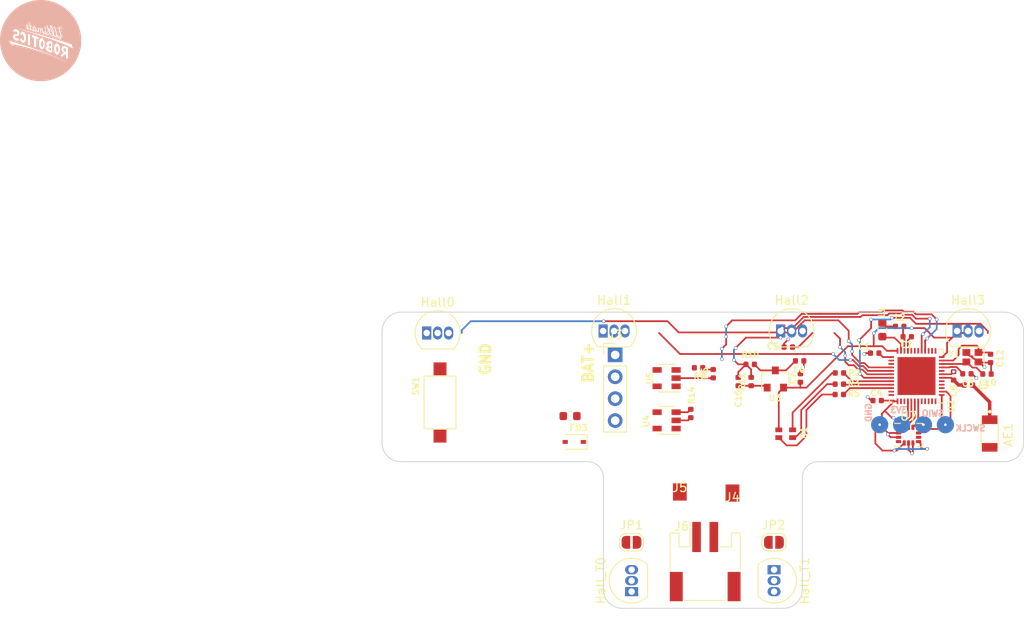
<source format=kicad_pcb>
(kicad_pcb (version 20221018) (generator pcbnew)
  (layers (0 "F.Cu" signal) (31 "B.Cu" signal) (34 "B.Paste" user) (35 "F.Paste" user) (36 "B.SilkS" user "B.Silkscreen") (37 "F.SilkS" user "F.Silkscreen") (38 "B.Mask" user) (39 "F.Mask" user) (44 "Edge.Cuts" user))
  (net 0 "")
  (net 1 "GND")
  (net 2 "+BATT")
  (net 3 "+3V3")
  (net 4 "SWDIO")
  (net 5 "SWDCLK")
  (net 6 "BATT_LEVEL")
  (net 7 "Net-(AE1-A)")
  (net 8 "Net-(U2-DEC1)")
  (net 9 "Net-(U2-DEC4)")
  (net 10 "Net-(U2-DEC3)")
  (net 11 "Net-(U2-ANT)")
  (net 12 "+4V")
  (net 13 "BT_OUT")
  (net 14 "SYS_ON")
  (net 16 "Net-(U2-XC1)")
  (net 17 "Net-(Hall_T0-OUT)")
  (net 18 "Net-(Hall_T1-OUT)")
  (net 19 "Net-(U2-XC2)")
  (net 20 "Net-(D1-BK)")
  (net 21 "Net-(L1-Pad2)")
  (net 22 "Net-(D1-GK)")
  (net 23 "Net-(D1-RK)")
  (net 24 "ADC_H0")
  (net 25 "ADC_H1")
  (net 26 "ADC_H2")
  (net 27 "ADC_H3")
  (net 28 "SPI_CS")
  (net 29 "SPI_SCL")
  (net 30 "SPI_SDI")
  (net 31 "SPI_SDO")
  (net 32 "IMU_INT")
  (net 33 "SCL")
  (net 34 "SDA")
  (net 35 "Net-(U2-DCC)")
  (net 36 "Net-(U2-P0.06)")
  (net 37 "Net-(U2-P0.07)")
  (net 38 "Net-(U2-P0.08)")
  (net 39 "Net-(U2-P0.19)")
  (net 40 "Net-(U4-SET)")
  (net 52 "+3V8")
  (net 54 "ADC_H4")
  (net 58 "Net-(U4-EN)")
  (footprint "Button_Switch_SMD:SW_SPST_CK_RS282G05A3" (layer "F.Cu") (at 105.64 101.225 90)
    (fp_text reference "SW1")
    (fp_text value "SW_Push")
  )
  (footprint "Resistor_SMD:R_0402_1005Metric" (layer "F.Cu") (at 137.3 97.885 90)
    (fp_text reference "R6")
    (fp_text value "22k")
  )
  (footprint "Resistor_SMD:R_0402_1005Metric" (layer "F.Cu") (at 135.6 97.2 180)
    (fp_text reference "R7")
    (fp_text value "100k")
  )
  (footprint "Package_LGA:LGA-14_3x2.5mm_P0.5mm_LayoutBorder3x4y" (layer "F.Cu") (at 159.94 105.0125)
    (fp_text reference "U7")
    (fp_text value "LSM6DS3")
  )
  (footprint "ultimate_library:LED_RGB_0603_a4" (layer "F.Cu") (at 145.7 104.85 180)
    (fp_text reference "D1")
    (fp_text value "LED_BGRA")
  )
  (footprint "Inductor_SMD:L_0402_1005Metric" (layer "F.Cu") (at 158.915 92.4)
    (fp_text reference "L2")
    (fp_text value "15 nH")
  )
  (footprint "Capacitor_SMD:C_0402_1005Metric" (layer "F.Cu") (at 169.025 97.925 180)
    (fp_text reference "C10")
    (fp_text value "12 pF")
  )
  (footprint "Capacitor_SMD:C_0402_1005Metric" (layer "F.Cu") (at 166.7 97.9)
    (fp_text reference "C3")
    (fp_text value "100 pF")
  )
  (footprint "Inductor_SMD:L_0402_1005Metric" (layer "F.Cu") (at 166.875 99.2 180)
    (fp_text reference "L3")
    (fp_text value "5.1 nH")
  )
  (footprint "Capacitor_SMD:C_0402_1005Metric" (layer "F.Cu") (at 140.2 98.8 90)
    (fp_text reference "C16")
    (fp_text value "100 nF")
  )
  (footprint "ultimate_library:conn_16_20" (layer "F.Cu") (at 139.529 111.73)
    (fp_text reference "J4")
    (fp_text value "Conn_01x01_Male")
  )
  (footprint "Capacitor_SMD:C_0402_1005Metric" (layer "F.Cu") (at 147.4 98.385 -90)
    (fp_text reference "C7")
    (fp_text value "2.2 uF")
  )
  (footprint "Resistor_SMD:R_0402_1005Metric" (layer "F.Cu") (at 141.585 96.8 180)
    (fp_text reference "R10")
    (fp_text value "200k")
  )
  (footprint "Capacitor_SMD:C_0402_1005Metric" (layer "F.Cu") (at 156.015 95.5 180)
    (fp_text reference "C1")
    (fp_text value "100 nF")
  )
  (footprint "Crystal:Crystal_SMD_2016-4Pin_2.0x1.6mm" (layer "F.Cu") (at 167.34 95.975 180)
    (fp_text reference "Y1")
    (fp_text value "32MHz")
  )
  (footprint "ultimate_library:QFN-48-1EP_6x6mm_Pitch0.4mm" (layer "F.Cu") (at 160.86 98.158333)
    (fp_text reference "U2")
    (fp_text value "nRF52810-QFxx")
  )
  (footprint "Package_TO_SOT_SMD:SOT-23" (layer "F.Cu") (at 144.5 98.5 90)
    (fp_text reference "U3")
    (fp_text value "XC6206P332MR_SOT23")
  )
  (footprint "Inductor_SMD:L_0603_1608Metric" (layer "F.Cu") (at 156.9 92.8 90)
    (fp_text reference "L1")
    (fp_text value "10 uH")
  )
  (footprint "Capacitor_SMD:C_0402_1005Metric" (layer "F.Cu") (at 165.16 98.14 90)
    (fp_text reference "C8")
    (fp_text value "0.8 pF")
  )
  (footprint "Resistor_SMD:R_0402_1005Metric" (layer "F.Cu") (at 151.915 99.1)
    (fp_text reference "R3")
    (fp_text value "2k")
  )
  (footprint "Capacitor_SMD:C_0402_1005Metric" (layer "F.Cu") (at 156.3 101 180)
    (fp_text reference "C4")
    (fp_text value "100 nF")
  )
  (footprint "Capacitor_SMD:C_0402_1005Metric" (layer "F.Cu") (at 169.44 96.11 90)
    (fp_text reference "C12")
    (fp_text value "12 pF")
  )
  (footprint "Resistor_SMD:R_0402_1005Metric" (layer "F.Cu") (at 151.915 100.3)
    (fp_text reference "R5")
    (fp_text value "2k")
  )
  (footprint "Capacitor_SMD:C_0402_1005Metric" (layer "F.Cu") (at 159.785 93.6)
    (fp_text reference "C2")
    (fp_text value "2.2 uF")
  )
  (footprint "Capacitor_SMD:C_0402_1005Metric" (layer "F.Cu") (at 146 94.8)
    (fp_text reference "C5")
    (fp_text value "2.2 uF")
  )
  (footprint "ultimate_library:conn_16_20" (layer "F.Cu") (at 133.433 111.603 180)
    (fp_text reference "J5")
    (fp_text value "Conn_01x01_Male")
  )
  (footprint "Capacitor_SMD:C_0402_1005Metric" (layer "F.Cu") (at 147.315 96.4 180)
    (fp_text reference "C6")
    (fp_text value "2.2 uF")
  )
  (footprint "Resistor_SMD:R_0402_1005Metric" (layer "F.Cu") (at 151.93 97.8)
    (fp_text reference "R2")
    (fp_text value "2k")
  )
  (footprint "Package_TO_SOT_SMD:SOT-23-5" (layer "F.Cu") (at 131.9 98.4 180)
    (fp_text reference "U5")
    (fp_text value "74AHC1G32")
  )
  (footprint "Resistor_SMD:R_0402_1005Metric" (layer "F.Cu") (at 141.7 98.8 -90)
    (fp_text reference "R11")
    (fp_text value "100k")
  )
  (footprint "Connector_JST:JST_PH_S2B-PH-SM4-TB_1x02-1MP_P2.00mm_Horizontal" (layer "F.Cu") (at 136.37 119.675)
    (fp_text reference "J6")
    (fp_text value "Conn_01x02_Female")
  )
  (footprint "Resistor_SMD:R_0402_1005Metric" (layer "F.Cu") (at 134.7 102.5 90)
    (fp_text reference "R14")
    (fp_text value "10k")
  )
  (footprint "Package_TO_SOT_SMD:SOT-23-5" (layer "F.Cu") (at 131.9 103.3 180)
    (fp_text reference "U4")
    (fp_text value "MT9700")
  )
  (footprint "Package_TO_SOT_THT:TO-92_Inline" (layer "F.Cu") (at 144.355 120.62 -90)
    (fp_text reference "Hall_T1")
    (fp_text value "DRV5033AJxLPG")
  )
  (footprint "Package_TO_SOT_THT:TO-92_Inline" (layer "F.Cu") (at 127.845 123.16 90)
    (fp_text reference "Hall_T0")
    (fp_text value "DRV5033AJxLPG")
  )
  (footprint "Connector_PinHeader_2.54mm:PinHeader_1x04_P2.54mm_Vertical" (layer "F.Cu") (at 125.94 95.705)
    (fp_text reference "J3")
    (fp_text value "Scrn_01x04_Header")
  )
  (footprint "Diode_SMD:D_SOD-323" (layer "F.Cu") (at 121.2 105.8 180)
    (fp_text reference "D3")
    (fp_text value "D")
  )
  (footprint "Package_TO_SOT_THT:TO-92_Inline" (layer "F.Cu") (at 165.564 92.934)
    (fp_text reference "Hall3")
    (fp_text value "DRV5033AJxLPG")
  )
  (footprint "Package_TO_SOT_THT:TO-92_Inline" (layer "F.Cu") (at 104.096 93.165)
    (fp_text reference "Hall0")
    (fp_text value "DRV5033AJxLPG")
  )
  (footprint "Jumper:SolderJumper-2_P1.3mm_Open_RoundedPad1.0x1.5mm" (layer "F.Cu") (at 144.34 117.445 180)
    (fp_text reference "JP2")
    (fp_text value "SolderJumper_2_Open")
  )
  (footprint "ultimate_library:KH3216-A55" (layer "F.Cu") (at 169.34 104.825 -90)
    (fp_text reference "AE1")
    (fp_text value "Antenna")
  )
  (footprint "Fuse:Fuse_0603_1608Metric" (layer "F.Cu") (at 120.7125 102.8 180)
    (fp_text reference "F1")
    (fp_text value "Fuse")
  )
  (footprint "Package_TO_SOT_THT:TO-92_Inline" (layer "F.Cu") (at 145.117 92.934)
    (fp_text reference "Hall2")
    (fp_text value "DRV5033AJxLPG")
  )
  (footprint "Jumper:SolderJumper-2_P1.3mm_Open_RoundedPad1.0x1.5mm" (layer "F.Cu") (at 127.83 117.445)
    (fp_text reference "JP1")
    (fp_text value "SolderJumper_2_Open")
  )
  (footprint "Package_TO_SOT_THT:TO-92_Inline" (layer "F.Cu") (at 124.543 92.934)
    (fp_text reference "Hall1")
    (fp_text value "DRV5033AJxLPG")
  )
  (footprint "ultimate_library:SWD_POGO" (layer "B.Cu") (at 160.4 103.8 90)
    (fp_text reference "SC1")
    (fp_text value "SWD_POGO")
  )
  (gr_poly (pts (xy 58.59891 57.694854) (xy 58.59891 57.694855) (xy 58.592166 57.695528) (xy 58.585509 57.696748) (xy 58.578959 57.698508) (xy 58.572537 57.700804) (xy 58.566263 57.703631) (xy 58.560157 57.706985) (xy 58.55424 57.71086) (xy 58.548531 57.715251) (xy 58.543053 57.720153) (xy 58.537824 57.725563) (xy 58.532866 57.731473) (xy 58.528198 57.737881) (xy 58.523842 57.74478) (xy 58.519817 57.752166) (xy 58.516144 57.760035) (xy 58.512843 57.76838) (xy 58.53119 57.845218) (xy 58.539679 57.879105) (xy 58.548852 57.914382) (xy 58.558268 57.94881) (xy 58.567489 57.980147) (xy 58.572941 57.993876) (xy 58.579593 58.007329) (xy 58.587322 58.020412) (xy 58.596009 58.033033) (xy 58.60553 58.045096) (xy 58.615767 58.05651) (xy 58.626597 58.06718) (xy 58.6379 58.077014) (xy 58.649555 58.085916) (xy 58.661439 58.093795) (xy 58.673434 58.100557) (xy 58.685417 58.106108) (xy 58.697267 58.110355) (xy 58.708863 58.113204) (xy 58.720085 58.114562) (xy 58.730811 58.114335) (xy 58.740921 58.112431) (xy 58.750292 58.108754) (xy 58.758805 58.103213) (xy 58.766338 58.095714) (xy 58.772769 58.086162) (xy 58.777979 58.074466) (xy 58.781846 58.06053) (xy 58.784248 58.044262) (xy 58.785066 58.025569) (xy 58.784177 58.004356) (xy 58.781461 57.980531) (xy 58.776797 57.954) (xy 58.770064 57.924669) (xy 58.76114 57.892445) (xy 58.749905 57.857235) (xy 58.736237 57.818945) (xy 58.733668 57.811392) (xy 58.730884 57.804056) (xy 58.727896 57.796938) (xy 58.724714 57.790041) (xy 58.721349 57.783367) (xy 58.71781 57.776917) (xy 58.710255 57.764699) (xy 58.702131 57.753405) (xy 58.693521 57.743051) (xy 58.684508 57.733653) (xy 58.675175 57.725228) (xy 58.665605 57.717793) (xy 58.655879 57.711365) (xy 58.646082 57.705959) (xy 58.636295 57.701593) (xy 58.626602 57.698283) (xy 58.617085 57.696045) (xy 58.612418 57.695334) (xy 58.607827 57.694897) (xy 58.60332 57.694736)) (fill solid) (layer "B.SilkS"))
  (gr_poly (pts (xy 62.12013 60.129864) (xy 62.100843 60.132653) (xy 62.083532 60.137972) (xy 62.068169 60.145624) (xy 62.054725 60.155411) (xy 62.043173 60.167135) (xy 62.033484 60.180599) (xy 62.02563 60.195606) (xy 62.019582 60.211958) (xy 62.015313 60.229458) (xy 62.012793 60.247907) (xy 62.011995 60.267109) (xy 62.01289 60.286866) (xy 62.015451 60.30698) (xy 62.019648 60.327254) (xy 62.025453 60.34749) (xy 62.032839 60.367492) (xy 62.041777 60.38706) (xy 62.052239 60.405999) (xy 62.064196 60.42411) (xy 62.07762 60.441195) (xy 62.092483 60.457058) (xy 62.108756 60.471501) (xy 62.126412 60.484325) (xy 62.145422 60.495335) (xy 62.165758 60.504332) (xy 62.187391 60.511118) (xy 62.210293 60.515497) (xy 62.234436 60.51727) (xy 62.259792 60.51624) (xy 62.286332 60.51221) (xy 62.286323 60.51221) (xy 62.286923 60.196042) (xy 62.286633 60.193679) (xy 62.285778 60.191266) (xy 62.284392 60.18881) (xy 62.282509 60.186317) (xy 62.280162 60.183797) (xy 62.277384 60.181256) (xy 62.274211 60.178702) (xy 62.270675 60.176143) (xy 62.26265 60.171038) (xy 62.253579 60.166001) (xy 62.243733 60.161093) (xy 62.233382 60.156374) (xy 62.222794 60.151904) (xy 62.21224 60.147744) (xy 62.201991 60.143954) (xy 62.192315 60.140595) (xy 62.175763 60.135408) (xy 62.169428 60.133701) (xy 62.164745 60.132666) (xy 62.141421 60.129803)) (fill solid) (layer "B.SilkS"))
  (gr_poly (pts (xy 59.116031 54.550962) (xy 58.876834 54.569151) (xy 58.641114 54.599104) (xy 58.409168 54.640525) (xy 58.181291 54.693119) (xy 57.957781 54.756589) (xy 57.738931 54.830639) (xy 57.52504 54.914974) (xy 57.316402 55.009297) (xy 57.113313 55.113313) (xy 56.916069 55.226726) (xy 56.724967 55.349239) (xy 56.540302 55.480557) (xy 56.36237 55.620384) (xy 56.191467 55.768424) (xy 56.02789 55.92438) (xy 55.871933 56.087958) (xy 55.723893 56.258861) (xy 55.584066 56.436793) (xy 55.452748 56.621458) (xy 55.330235 56.81256) (xy 55.216822 57.009803) (xy 55.112806 57.212892) (xy 55.018483 57.42153) (xy 54.934148 57.635422) (xy 54.860098 57.854271) (xy 54.796628 58.077782) (xy 54.744034 58.305659) (xy 54.702613 58.537605) (xy 54.67266 58.773324) (xy 54.654471 59.012522) (xy 54.648343 59.254902) (xy 54.654471 59.497281) (xy 54.67266 59.736479) (xy 54.702613 59.972199) (xy 54.744034 60.204145) (xy 54.796628 60.432021) (xy 54.860098 60.655532) (xy 54.934148 60.874381) (xy 55.018483 61.088273) (xy 55.112806 61.296911) (xy 55.216822 61.5) (xy 55.330235 61.697243) (xy 55.452748 61.888346) (xy 55.584066 62.073011) (xy 55.723893 62.250942) (xy 55.871933 62.421845) (xy 56.02789 62.585423) (xy 56.191467 62.74138) (xy 56.36237 62.889419) (xy 56.540302 63.029246) (xy 56.724967 63.160564) (xy 56.916069 63.283078) (xy 57.113313 63.39649) (xy 57.316402 63.500506) (xy 57.52504 63.594829) (xy 57.738931 63.679164) (xy 57.957781 63.753215) (xy 58.181291 63.816685) (xy 58.409168 63.869278) (xy 58.641114 63.910699) (xy 58.876834 63.940652) (xy 59.116031 63.958841) (xy 59.358411 63.96497) (xy 59.60079 63.958841) (xy 59.839988 63.940652) (xy 60.075708 63.910699) (xy 60.307654 63.869278) (xy 60.53553 63.816685) (xy 60.759041 63.753215) (xy 60.97789 63.679164) (xy 61.191782 63.594829) (xy 61.40042 63.500506) (xy 61.603509 63.39649) (xy 61.800753 63.283078) (xy 61.991855 63.160564) (xy 62.17652 63.029246) (xy 62.354452 62.889419) (xy 62.525355 62.74138) (xy 62.688932 62.585423) (xy 62.844889 62.421845) (xy 62.992929 62.250942) (xy 63.132756 62.073011) (xy 63.264074 61.888346) (xy 63.302309 61.828704) (xy 62.620224 61.828704) (xy 61.519029 61.359802) (xy 60.820863 61.072352) (xy 60.024207 60.767285) (xy 59.588918 60.612297) (xy 59.128975 60.457887) (xy 58.644367 60.305717) (xy 58.135083 60.157446) (xy 57.601113 60.014735) (xy 57.042447 59.879246) (xy 56.459073 59.752639) (xy 55.850982 59.636575) (xy 55.847905 59.597019) (xy 55.84421 59.561475) (xy 55.839838 59.529517) (xy 55.834731 59.500717) (xy 55.828829 59.47465) (xy 55.822073 59.450889) (xy 55.814405 59.429008) (xy 55.805765 59.40858) (xy 55.796096 59.389179) (xy 55.785337 59.370379) (xy 55.77343 59.351754) (xy 55.760317 59.332876) (xy 55.730233 59.292659) (xy 55.694616 59.246318) (xy 57.699135 59.885237) (xy 58.544231 60.168931) (xy 59.331955 60.448747) (xy 60.097862 60.739658) (xy 60.877507 61.056639) (xy 61.706443 61.414663) (xy 62.620224 61.828704) (xy 63.302309 61.828704) (xy 63.386587 61.697243) (xy 63.5 61.5) (xy 63.604016 61.296911) (xy 63.698339 61.088273) (xy 63.782674 60.874381) (xy 63.856724 60.655532) (xy 63.920194 60.432021) (xy 63.972788 60.204145) (xy 63.981179 60.157157) (xy 63.084313 60.157157) (xy 62.967711 60.096707) (xy 62.533181 60.096707) (xy 62.527041 61.357636) (xy 62.494084 61.346052) (xy 62.461133 61.335031) (xy 62.397027 61.31399) (xy 62.36676 61.303627) (xy 62.338274 61.293139) (xy 62.312015 61.282354) (xy 62.299859 61.276797) (xy 62.288426 61.2711) (xy 62.288587 61.065288) (xy 62.287451 60.955483) (xy 62.286165 60.903918) (xy 62.284242 60.856508) (xy 62.284005 60.855219) (xy 62.283446 60.854021) (xy 62.282583 60.852909) (xy 62.281434 60.851878) (xy 62.280016 60.850926) (xy 62.278349 60.850047) (xy 62.27645 60.849238) (xy 62.274337 60.848494) (xy 62.269542 60.847186) (xy 62.264108 60.84609) (xy 62.258182 60.845173) (xy 62.251905 60.844401) (xy 62.238884 60.843161) (xy 62.226202 60.842104) (xy 62.215015 60.840967) (xy 62.210344 60.840285) (xy 62.20648 60.839483) (xy 62.20319 60.839376) (xy 62.198872 60.840425) (xy 62.193587 60.842569) (xy 62.187394 60.845746) (xy 62.172524 60.854956) (xy 62.154742 60.867564) (xy 62.134524 60.883082) (xy 62.112351 60.901019) (xy 62.06405 60.942193) (xy 62.013668 60.987169) (xy 61.965031 61.032028) (xy 61.921969 61.072854) (xy 61.888308 61.105728) (xy 61.875464 61.104317) (xy 61.861457 61.102408) (xy 61.844217 61.099567) (xy 61.834812 61.097766) (xy 61.82511 61.095696) (xy 61.815283 61.093344) (xy 61.805502 61.090698) (xy 61.795937 61.087747) (xy 61.786759 61.084477) (xy 61.77814 61.080877) (xy 61.774093 61.078949) (xy 61.770249 61.076934) (xy 61.762337 61.072451) (xy 61.755139 61.068109) (xy 61.748547 61.063833) (xy 61.742453 61.059548) (xy 61.736746 61.055177) (xy 61.731318 61.050646) (xy 61.726059 61.045879) (xy 61.720861 61.040799) (xy 61.715615 61.035332) (xy 61.71021 61.029402) (xy 61.704539 61.022933) (xy 61.698492 61.01585) (xy 61.668361 60.979863) (xy 61.8472 60.817261) (xy 61.889048 60.778787) (xy 61.93431 60.736543) (xy 61.985267 60.688209) (xy 62.044198 60.631465) (xy 62.013621 60.610909) (xy 61.981443 60.588308) (xy 61.94338 60.560244) (xy 61.923401 60.544808) (xy 61.903462 60.528781) (xy 61.884066 60.512419) (xy 61.865717 60.495981) (xy 61.848919 60.479725) (xy 61.834176 60.463908) (xy 61.827733 60.456246) (xy 61.821992 60.44879) (xy 61.817016 60.441573) (xy 61.81287 60.434627) (xy 61.800098 60.407282) (xy 61.788933 60.375062) (xy 61.779778 60.338829) (xy 61.773041 60.299446) (xy 61.77005 60.267605) (xy 61.590644 60.267605) (xy 61.587599 60.331469) (xy 61.581576 60.394542) (xy 61.572649 60.456264) (xy 61.560893 60.516075) (xy 61.546383 60.573413) (xy 61.529194 60.627718) (xy 61.509399 60.678429) (xy 61.487074 60.724984) (xy 61.462293 60.766824) (xy 61.435131 60.803387) (xy 61.405662 60.834113) (xy 61.373961 60.858439) (xy 61.340103 60.875807) (xy 61.304162 60.885655) (xy 61.266213 60.887421) (xy 61.22633 60.880546) (xy 61.184589 60.864468) (xy 61.176474 60.86029) (xy 61.168374 60.855706) (xy 61.160295 60.850723) (xy 61.152243 60.845347) (xy 61.136251 60.833447) (xy 61.120449 60.82006) (xy 61.104893 60.805242) (xy 61.089635 60.789047) (xy 61.074729 60.771531) (xy 61.060228 60.752749) (xy 61.046185 60.732754) (xy 61.032655 60.711604) (xy 61.019689 60.689351) (xy 61.007343 60.666053) (xy 60.995669 60.641763) (xy 60.984721 60.616536) (xy 60.974552 60.590428) (xy 60.965215 60.563493) (xy 60.955253 60.53035) (xy 60.946181 60.494742) (xy 60.938091 60.45683) (xy 60.931074 60.416773) (xy 60.92522 60.374732) (xy 60.920621 60.330868) (xy 60.917367 60.285341) (xy 60.915551 60.238312) (xy 60.915262 60.18994) (xy 60.916591 60.140387) (xy 60.919631 60.089814) (xy 60.924472 60.038379) (xy 60.931204 59.986245) (xy 60.939919 59.933571) (xy 60.950709 59.880518) (xy 60.963663 59.827247) (xy 60.970445 59.804027) (xy 60.978495 59.78112) (xy 60.987819 59.75871) (xy 60.998425 59.736981) (xy 61.01032 59.716116) (xy 61.02351 59.696299) (xy 61.038003 59.677715) (xy 61.04574 59.668942) (xy 61.053805 59.660547) (xy 61.062199 59.652551) (xy 61.070924 59.644978) (xy 61.079979 59.637851) (xy 61.089366 59.631193) (xy 61.099085 59.625026) (xy 61.109138 59.619375) (xy 61.119525 59.614261) (xy 61.130247 59.609708) (xy 61.141305 59.605739) (xy 61.1527 59.602377) (xy 61.164433 59.599644) (xy 61.176505 59.597564) (xy 61.188916 59.59616) (xy 61.201667 59.595454) (xy 61.21476 59.59547) (xy 61.228195 59.596231) (xy 61.278777 59.604643) (xy 61.325262 59.620677) (xy 61.367724 59.643774) (xy 61.406237 59.673371) (xy 61.440877 59.708909) (xy 61.471718 59.749826) (xy 61.498835 59.795561) (xy 61.522301 59.845554) (xy 61.542193 59.899243) (xy 61.558584 59.956069) (xy 61.571549 60.015469) (xy 61.581163 60.076884) (xy 61.587501 60.139752) (xy 61.590636 60.203513) (xy 61.590644 60.267605) (xy 61.77005 60.267605) (xy 61.769127 60.257778) (xy 61.768441 60.214687) (xy 61.771389 60.171036) (xy 61.774352 60.149271) (xy 61.778376 60.12769) (xy 61.783512 60.1064) (xy 61.78981 60.08551) (xy 61.79732 60.065128) (xy 61.806094 60.045361) (xy 61.816182 60.026318) (xy 61.827636 60.008106) (xy 61.840504 59.990834) (xy 61.85484 59.974608) (xy 61.870692 59.959538) (xy 61.888112 59.945731) (xy 61.90715 59.933295) (xy 61.927858 59.922337) (xy 61.950286 59.912967) (xy 61.974484 59.905291) (xy 62.000504 59.899417) (xy 62.028396 59.895455) (xy 62.052391 59.894568) (xy 62.078824 59.896093) (xy 62.10739 59.899896) (xy 62.13778 59.905847) (xy 62.169688 59.913813) (xy 62.202808 59.923662) (xy 62.236834 59.935263) (xy 62.271457 59.948482) (xy 62.306372 59.96319) (xy 62.341272 59.979252) (xy 62.37585 59.996539) (xy 62.4098 60.014917) (xy 62.442814 60.034254) (xy 62.474587 60.05442) (xy 62.504812 60.075281) (xy 62.533181 60.096706) (xy 62.533181 60.096707) (xy 62.967711 60.096707) (xy 62.678037 59.94653) (xy 62.202617 59.730089) (xy 61.67121 59.510512) (xy 61.525932 59.454844) (xy 60.711079 59.454844) (xy 60.709962 60.657228) (xy 60.707889 60.661356) (xy 60.701748 60.664284) (xy 60.691806 60.666004) (xy 60.678329 60.66651) (xy 60.641837 60.66385) (xy 60.594403 60.656249) (xy 60.538159 60.64365) (xy 60.475236 60.625998) (xy 60.407765 60.603235) (xy 60.337879 60.575308) (xy 60.267708 60.542158) (xy 60.233181 60.523608) (xy 60.199383 60.503731) (xy 60.16658 60.482521) (xy 60.135037 60.45997) (xy 60.105022 60.436072) (xy 60.076801 60.410819) (xy 60.05064 60.384205) (xy 60.026806 60.356223) (xy 60.005566 60.326865) (xy 59.987184 60.296124) (xy 59.971929 60.263995) (xy 59.960067 60.230468) (xy 59.951863 60.195539) (xy 59.947584 60.159198) (xy 59.947138 60.145705) (xy 59.947419 60.132522) (xy 59.9484 60.119649) (xy 59.950051 60.107085) (xy 59.952343 60.094829) (xy 59.955249 60.082879) (xy 59.958738 60.071234) (xy 59.962783 60.059894) (xy 59.967354 60.048856) (xy 59.972423 60.038121) (xy 59.97796 60.027685) (xy 59.983938 60.01755) (xy 59.990326 60.007712) (xy 59.997097 59.998172) (xy 60.01167 59.979978) (xy 60.027427 59.962958) (xy 60.044136 59.947103) (xy 60.061567 59.932404) (xy 60.07949 59.918851) (xy 60.097674 59.906435) (xy 60.115889 59.895147) (xy 60.133904 59.884976) (xy 60.151488 59.875915) (xy 60.127908 59.857543) (xy 60.106813 59.838524) (xy 60.088131 59.81893) (xy 60.07179 59.798833) (xy 60.057719 59.778305) (xy 60.045846 59.757418) (xy 60.036098 59.736244) (xy 60.028404 59.714855) (xy 60.022692 59.693323) (xy 60.01889 59.67172) (xy 60.017985 59.66176) (xy 59.83851 59.66176) (xy 59.835465 59.725623) (xy 59.829442 59.788696) (xy 59.820515 59.850419) (xy 59.80876 59.91023) (xy 59.79425 59.967568) (xy 59.77706 60.021873) (xy 59.757265 60.072583) (xy 59.73494 60.119139) (xy 59.710159 60.160978) (xy 59.682997 60.197541) (xy 59.653528 60.228267) (xy 59.621827 60.252594) (xy 59.587969 60.269961) (xy 59.552028 60.279809) (xy 59.514079 60.281575) (xy 59.474197 60.2747) (xy 59.432455 60.258622) (xy 59.42434 60.254444) (xy 59.41624 60.24986) (xy 59.408161 60.244877) (xy 59.400109 60.239501) (xy 59.384117 60.227601) (xy 59.368316 60.214214) (xy 59.35276 60.199395) (xy 59.337502 60.183201) (xy 59.322595 60.165684) (xy 59.308094 60.146902) (xy 59.294052 60.126907) (xy 59.280521 60.105757) (xy 59.267556 60.083504) (xy 59.25521 60.060206) (xy 59.243536 60.035915) (xy 59.232587 60.010689) (xy 59.222418 59.98458) (xy 59.213081 59.957646) (xy 59.203119 59.924503) (xy 59.194048 59.888895) (xy 59.185958 59.850983) (xy 59.17894 59.810926) (xy 59.173086 59.768885) (xy 59.168487 59.725021) (xy 59.165234 59.679494) (xy 59.163417 59.632464) (xy 59.163128 59.584093) (xy 59.164458 59.53454) (xy 59.167498 59.483966) (xy 59.172338 59.432532) (xy 59.17907 59.380398) (xy 59.187786 59.327724) (xy 59.198575 59.274672) (xy 59.211529 59.221401) (xy 59.218311 59.198181) (xy 59.226361 59.175274) (xy 59.235685 59.152864) (xy 59.246291 59.131135) (xy 59.258186 59.11027) (xy 59.271376 59.090453) (xy 59.285869 59.071869) (xy 59.293606 59.063096) (xy 59.301671 59.0547) (xy 59.310065 59.046705) (xy 59.31879 59.039132) (xy 59.327845 59.032005) (xy 59.337231 59.025346) (xy 59.346951 59.01918) (xy 59.357003 59.013529) (xy 59.36739 59.008415) (xy 59.378113 59.003862) (xy 59.389171 58.999893) (xy 59.400566 58.99653) (xy 59.412299 58.993798) (xy 59.42437 58.991718) (xy 59.434545 58.990566) (xy 59.106993 58.990566) (xy 59.106102 59.063399) (xy 59.103949 59.137668) (xy 59.067114 59.124718) (xy 59.033312 59.112488) (xy 58.971886 59.089931) (xy 58.9428 59.079475) (xy 58.913825 59.06948) (xy 58.884231 59.059883) (xy 58.853286 59.050619) (xy 58.850602 59.176895) (xy 58.848896 59.445578) (xy 58.847182 60.051128) (xy 58.824783 60.042871) (xy 58.79546 60.032682) (xy 58.723146 60.007985) (xy 58.683708 59.994214) (xy 58.644451 59.979987) (xy 58.607152 59.965672) (xy 58.573587 59.95164) (xy 58.577827 59.05103) (xy 58.577904 59.032985) (xy 58.5778 59.023974) (xy 58.577549 59.015061) (xy 58.577112 59.006312) (xy 58.57645 58.997794) (xy 58.575525 58.989573) (xy 58.574298 58.981716) (xy 58.57273 58.97429) (xy 58.571805 58.97076) (xy 58.570781 58.967362) (xy 58.569652 58.964105) (xy 58.568414 58.960998) (xy 58.567061 58.958049) (xy 58.565589 58.955265) (xy 58.563993 58.952656) (xy 58.562268 58.95023) (xy 58.560409 58.947995) (xy 58.558412 58.94596) (xy 58.556271 58.944132) (xy 58.553982 58.942521) (xy 58.551539 58.941134) (xy 58.548938 58.93998) (xy 58.464955 58.907527) (xy 58.413089 58.888338) (xy 58.332552 58.859428) (xy 58.33532 58.580507) (xy 58.335332 58.580506) (xy 59.106365 58.853492) (xy 59.106966 58.92024) (xy 59.106993 58.990566) (xy 59.434545 58.990566) (xy 59.436781 58.990313) (xy 59.449533 58.989607) (xy 59.462625 58.989623) (xy 59.47606 58.990384) (xy 59.476062 58.990385) (xy 59.526644 58.998797) (xy 59.573128 59.014832) (xy 59.61559 59.037928) (xy 59.654104 59.067526) (xy 59.688744 59.103063) (xy 59.719584 59.14398) (xy 59.746701 59.189715) (xy 59.770168 59.239708) (xy 59.790059 59.293398) (xy 59.806451 59.350223) (xy 59.819416 59.409624) (xy 59.82903 59.471039) (xy 59.835367 59.533907) (xy 59.838502 59.597668) (xy 59.83851 59.66176) (xy 60.017985 59.66176) (xy 60.016927 59.650118) (xy 60.016729 59.628589) (xy 60.018226 59.607206) (xy 60.021346 59.586039) (xy 60.026016 59.565161) (xy 60.032165 59.544645) (xy 60.03972 59.524562) (xy 60.048611 59.504983) (xy 60.058764 59.485982) (xy 60.070109 59.46763) (xy 60.082573 59.449999) (xy 60.096084 59.433162) (xy 60.11057 59.417189) (xy 60.12596 59.402154) (xy 60.142182 59.388128) (xy 60.159164 59.375183) (xy 60.176833 59.363391) (xy 60.195119 59.352824) (xy 60.213948 59.343555) (xy 60.23325 59.335655) (xy 60.252952 59.329196) (xy 60.272982 59.324251) (xy 60.277914 59.323417) (xy 60.283915 59.322705) (xy 60.298527 59.32161) (xy 60.315622 59.320892) (xy 60.334004 59.320474) (xy 60.369848 59.320236) (xy 60.39649 59.320291) (xy 60.396494 59.320296) (xy 60.412876 59.320682) (xy 60.429021 59.321807) (xy 60.444911 59.323622) (xy 60.460526 59.326077) (xy 60.49086 59.332713) (xy 60.519874 59.341319) (xy 60.54742 59.351502) (xy 60.57335 59.362868) (xy 60.597514 59.375022) (xy 60.619766 59.38757) (xy 60.639955 59.400118) (xy 60.657934 59.412272) (xy 60.686668 59.433821) (xy 60.711079 59.454844) (xy 61.525932 59.454844) (xy 61.096975 59.290476) (xy 59.872646 58.859736) (xy 58.815709 58.517787) (xy 58.145792 58.517787) (xy 58.142513 58.880494) (xy 58.14316 59.280122) (xy 58.145472 59.808986) (xy 58.015798 59.765329) (xy 57.875487 59.71709) (xy 57.87588 59.082919) (xy 57.876565 58.984892) (xy 57.671905 58.984892) (xy 57.665648 59.098058) (xy 57.658521 59.152255) (xy 57.648724 59.204303) (xy 57.636255 59.253782) (xy 57.621111 59.300275) (xy 57.603288 59.343362) (xy 57.582783 59.382626) (xy 57.559594 59.417647) (xy 57.533717 59.448007) (xy 57.50515 59.473288) (xy 57.47389 59.49307) (xy 57.439932 59.506935) (xy 57.403275 59.514464) (xy 57.363916 59.515239) (xy 57.321851 59.508841) (xy 57.296009 59.499759) (xy 57.271339 59.489809) (xy 57.247826 59.479035) (xy 57.225456 59.467484) (xy 57.204215 59.455202) (xy 57.184089 59.442233) (xy 57.165064 59.428625) (xy 57.147125 59.414422) (xy 57.130259 59.399671) (xy 57.114451 59.384418) (xy 57.099688 59.368707) (xy 57.085954 59.352585) (xy 57.073237 59.336098) (xy 57.061521 59.319291) (xy 57.050792 59.302211) (xy 57.041037 59.284902) (xy 57.032242 59.267411) (xy 57.024391 59.249784) (xy 57.017472 59.232066) (xy 57.011469 59.214302) (xy 57.006369 59.19654) (xy 57.002158 59.178824) (xy 56.998821 59.161201) (xy 56.996344 59.143715) (xy 56.994714 59.126414) (xy 56.993916 59.109342) (xy 56.993935 59.092546) (xy 56.994758 59.07607) (xy 56.996371 59.059962) (xy 56.998759 59.044267) (xy 57.001908 59.02903) (xy 57.005805 59.014297) (xy 57.007318 59.010349) (xy 57.009423 59.006683) (xy 57.012086 59.003294) (xy 57.015273 59.000178) (xy 57.01895 58.997328) (xy 57.023084 58.994741) (xy 57.02764 58.99241) (xy 57.032585 58.990331) (xy 57.037886 58.988498) (xy 57.043507 58.986906) (xy 57.049416 58.98555) (xy 57.055578 58.984426) (xy 57.068529 58.982848) (xy 57.082089 58.982131) (xy 57.095988 58.982234) (xy 57.109954 58.983116) (xy 57.123719 58.984735) (xy 57.137011 58.987049) (xy 57.14956 58.990018) (xy 57.161095 58.9936) (xy 57.171347 58.997753) (xy 57.175907 59.000031) (xy 57.180044 59.002437) (xy 57.212322 59.105952) (xy 57.21924 59.126227) (xy 57.226134 59.144337) (xy 57.233224 59.160322) (xy 57.240729 59.17422) (xy 57.248866 59.186069) (xy 57.253241 59.191238) (xy 57.257855 59.195909) (xy 57.262738 59.200087) (xy 57.267915 59.203777) (xy 57.273414 59.206985) (xy 57.279263 59.209714) (xy 57.285489 59.211969) (xy 57.29212 59.213756) (xy 57.299182 59.215079) (xy 57.306703 59.215943) (xy 57.31471 59.216353) (xy 57.323231 59.216314) (xy 57.341923 59.214906) (xy 57.351524 59.212588) (xy 57.360357 59.208007) (xy 57.368438 59.201279) (xy 57.375785 59.192516) (xy 57.382417 59.181833) (xy 57.388349 59.169343) (xy 57.393601 59.155161) (xy 57.39819 59.139399) (xy 57.402134 59.122173) (xy 57.40545 59.103595) (xy 57.410269 59.06284) (xy 57.41279 59.018045) (xy 57.413154 58.970121) (xy 57.411502 58.919979) (xy 57.407975 58.868527) (xy 57.402715 58.816678) (xy 57.395864 58.765342) (xy 57.387562 58.715428) (xy 57.377952 58.667848) (xy 57.367175 58.623512) (xy 57.355371 58.583331) (xy 57.351951 58.574339) (xy 57.34796 58.565687) (xy 57.343445 58.557395) (xy 57.338451 58.549489) (xy 57.333023 58.54199) (xy 57.327207 58.534924) (xy 57.321048 58.528312) (xy 57.314592 58.522179) (xy 57.307884 58.516548) (xy 57.30097 58.511442) (xy 57.293895 58.506884) (xy 57.286705 58.502898) (xy 57.279446 58.499508) (xy 57.272162 58.496737) (xy 57.264899 58.494607) (xy 57.257704 58.493143) (xy 57.25062 58.492369) (xy 57.243694 58.492306) (xy 57.236972 58.492979) (xy 57.230498 58.494411) (xy 57.224318 58.496625) (xy 57.218479 58.499646) (xy 57.213024 58.503495) (xy 57.208 58.508197) (xy 57.203453 58.513776) (xy 57.199427 58.520253) (xy 57.195968 58.527653) (xy 57.193122 58.536) (xy 57.190935 58.545316) (xy 57.189451 58.555624) (xy 57.188716 58.56695) (xy 57.188776 58.579314) (xy 57.188621 58.586502) (xy 57.187636 58.592868) (xy 57.185876 58.598452) (xy 57.183395 58.603292) (xy 57.180249 58.607427) (xy 57.176492 58.610897) (xy 57.172178 58.61374) (xy 57.167363 58.615995) (xy 57.162102 58.617701) (xy 57.156448 58.618897) (xy 57.150458 58.619622) (xy 57.144184 58.619914) (xy 57.137684 58.619813) (xy 57.13101 58.619357) (xy 57.117362 58.617537) (xy 57.10368 58.614766) (xy 57.090401 58.611355) (xy 57.077964 58.607615) (xy 57.066805 58.603857) (xy 57.050078 58.597532) (xy 57.043723 58.594871) (xy 57.043722 58.594871) (xy 57.039877 58.587267) (xy 57.036651 58.577791) (xy 57.032145 58.553877) (xy 57.030387 58.524434) (xy 57.031561 58.490767) (xy 57.035849 58.454181) (xy 57.043434 58.41598) (xy 57.054499 58.37747) (xy 57.059525 58.363648) (xy 56.903017 58.363648) (xy 56.902571 58.393022) (xy 56.900022 58.421973) (xy 56.895482 58.450371) (xy 56.889068 58.478085) (xy 56.880893 58.504982) (xy 56.871072 58.530933) (xy 56.859719 58.555805) (xy 56.846949 58.579467) (xy 56.832877 58.601789) (xy 56.817616 58.622639) (xy 56.801282 58.641886) (xy 56.783989 58.659399) (xy 56.76585 58.675046) (xy 56.746982 58.688697) (xy 56.727498 58.70022) (xy 56.707513 58.709483) (xy 56.687141 58.716357) (xy 56.666497 58.720709) (xy 56.645694 58.722408) (xy 56.624849 58.721323) (xy 56.604075 58.717323) (xy 56.578112 58.711337) (xy 56.554091 58.707606) (xy 56.531992 58.705998) (xy 56.51179 58.706378) (xy 56.493462 58.708612) (xy 56.476986 58.712564) (xy 56.462339 58.718102) (xy 56.449497 58.725089) (xy 56.438438 58.733393) (xy 56.429139 58.742878) (xy 56.421576 58.75341) (xy 56.415727 58.764855) (xy 56.411568 58.777079) (xy 56.409078 58.789946) (xy 56.408232 58.803324) (xy 56.409009 58.817076) (xy 56.411384 58.831069) (xy 56.415335 58.845169) (xy 56.420839 58.859241) (xy 56.427873 58.873151) (xy 56.436414 58.886764) (xy 56.446439 58.899946) (xy 56.457925 58.912563) (xy 56.470849 58.924479) (xy 56.485188 58.935562) (xy 56.500919 58.945676) (xy 56.51802 58.954687) (xy 56.536467 58.962461) (xy 56.556237 58.968863) (xy 56.577307 58.973758) (xy 56.599655 58.977014) (xy 56.623257 58.978494) (xy 56.646834 58.979911) (xy 56.668803 58.982981) (xy 56.689186 58.98759) (xy 56.708008 58.993625) (xy 56.725291 59.000971) (xy 56.741058 59.009514) (xy 56.755332 59.01914) (xy 56.768136 59.029735) (xy 56.779493 59.041185) (xy 56.789426 59.053377) (xy 56.797958 59.066195) (xy 56.805113 59.079526) (xy 56.810912 59.093256) (xy 56.815379 59.107271) (xy 56.818538 59.121456) (xy 56.82041 59.135698) (xy 56.821019 59.149883) (xy 56.820389 59.163897) (xy 56.818541 59.177625) (xy 56.8155 59.190953) (xy 56.811288 59.203768) (xy 56.805927 59.215955) (xy 56.799442 59.227401) (xy 56.791855 59.237991) (xy 56.783189 59.247611) (xy 56.773467 59.256147) (xy 56.762712 59.263486) (xy 56.750947 59.269513) (xy 56.738195 59.274113) (xy 56.724479 59.277174) (xy 56.709822 59.278581) (xy 56.694247 59.278219) (xy 56.626769 59.267742) (xy 56.564258 59.253479) (xy 56.506615 59.235725) (xy 56.453743 59.21477) (xy 56.405543 59.190907) (xy 56.361919 59.164428) (xy 56.322771 59.135624) (xy 56.288002 59.104788) (xy 56.257514 59.072212) (xy 56.23121 59.038188) (xy 56.20899 59.003007) (xy 56.190757 58.966961) (xy 56.176413 58.930343) (xy 56.165861 58.893445) (xy 56.159001 58.856559) (xy 56.155737 58.819976) (xy 56.15597 58.783988) (xy 56.159603 58.748889) (xy 56.166537 58.714968) (xy 56.176674 58.682519) (xy 56.189917 58.651834) (xy 56.206167 58.623205) (xy 56.225327 58.596922) (xy 56.247298 58.57328) (xy 56.271983 58.552568) (xy 56.299284 58.535081) (xy 56.329103 58.521108) (xy 56.361341 58.510944) (xy 56.395901 58.504878) (xy 56.432685 58.503204) (xy 56.471595 58.506214) (xy 56.512533 58.514198) (xy 56.527174 58.516546) (xy 56.541454 58.51626) (xy 56.555264 58.513531) (xy 56.568498 58.508549) (xy 56.581047 58.501505) (xy 56.592802 58.49259) (xy 56.603656 58.481993) (xy 56.6135 58.469907) (xy 56.622226 58.45652) (xy 56.629726 58.442024) (xy 56.635892 58.426609) (xy 56.640616 58.410466) (xy 56.64379 58.393785) (xy 56.645305 58.376757) (xy 56.645053 58.359572) (xy 56.642927 58.342421) (xy 56.638817 58.325495) (xy 56.632617 58.308983) (xy 56.624217 58.293077) (xy 56.61351 58.277967) (xy 56.600388 58.263844) (xy 56.584742 58.250897) (xy 56.566464 58.239319) (xy 56.545446 58.229298) (xy 56.52158 58.221026) (xy 56.494758 58.214694) (xy 56.464871 58.210491) (xy 56.431812 58.208608) (xy 56.395473 58.209237) (xy 56.355744 58.212567) (xy 56.312519 58.218788) (xy 56.265689 58.228092) (xy 56.26569 58.228094) (xy 56.257642 58.22924) (xy 56.250059 58.229022) (xy 56.242955 58.227515) (xy 56.236348 58.224797) (xy 56.230254 58.220943) (xy 56.224689 58.216032) (xy 56.219669 58.210138) (xy 56.215211 58.20334) (xy 56.211332 58.195713) (xy 56.208046 58.187334) (xy 56.205371 58.17828) (xy 56.203324 58.168628) (xy 56.201919 58.158454) (xy 56.201175 58.147834) (xy 56.201106 58.136846) (xy 56.20173 58.125567) (xy 56.203062 58.114072) (xy 56.205119 58.102438) (xy 56.207918 58.090743) (xy 56.211474 58.079062) (xy 56.215804 58.067472) (xy 56.220925 58.056051) (xy 56.226852 58.044874) (xy 56.233601 58.034019) (xy 56.24119 58.023561) (xy 56.249635 58.013579) (xy 56.258951 58.004147) (xy 56.269156 57.995343) (xy 56.280265 57.987244) (xy 56.292295 57.979927) (xy 56.305262 57.973467) (xy 56.319182 57.967941) (xy 56.345097 57.959664) (xy 56.370939 57.952998) (xy 56.396728 57.947981) (xy 56.422484 57.944651) (xy 56.448228 57.943047) (xy 56.473979 57.943207) (xy 56.499758 57.945168) (xy 56.525584 57.948969) (xy 56.551478 57.954648) (xy 56.577459 57.962244) (xy 56.603549 57.971793) (xy 56.629766 57.983335) (xy 56.65613 57.996907) (xy 56.682663 58.012548) (xy 56.709384 58.030295) (xy 56.736313 58.050187) (xy 56.766567 58.075547) (xy 56.793458 58.101928) (xy 56.8171 58.129199) (xy 56.837608 58.157228) (xy 56.855096 58.185884) (xy 56.869679 58.215036) (xy 56.88147 58.244554) (xy 56.890586 58.274305) (xy 56.897139 58.304158) (xy 56.901244 58.333983) (xy 56.903017 58.363648) (xy 57.059525 58.363648) (xy 57.061394 58.358506) (xy 57.069228 58.339954) (xy 57.078023 58.321977) (xy 57.087802 58.304738) (xy 57.098589 58.288401) (xy 57.110406 58.273128) (xy 57.123276 58.259082) (xy 57.137222 58.246426) (xy 57.152266 58.235324) (xy 57.168433 58.225939) (xy 57.185743 58.218433) (xy 57.204222 58.212971) (xy 57.22389 58.209714) (xy 57.244772 58.208826) (xy 57.266889 58.210471) (xy 57.290266 58.214811) (xy 57.314924 58.222009) (xy 57.340886 58.232228) (xy 57.381295 58.253526) (xy 57.419089 58.28021) (xy 57.454264 58.311862) (xy 57.486817 58.348062) (xy 57.516747 58.388392) (xy 57.544049 58.432434) (xy 57.568721 58.479769) (xy 57.590759 58.529979) (xy 57.610162 58.582644) (xy 57.626924 58.637346) (xy 57.641045 58.693666) (xy 57.65252 58.751186) (xy 57.667521 58.868151) (xy 57.671905 58.984892) (xy 57.876565 58.984892) (xy 57.880503 58.420779) (xy 58.016319 58.469806) (xy 58.066575 58.488218) (xy 58.145761 58.517787) (xy 58.145792 58.517787) (xy 58.815709 58.517787) (xy 58.634888 58.459287) (xy 56.54012 57.834926) (xy 55.654738 57.58873) (xy 57.363494 58.035917) (xy 59.050876 58.492469) (xy 59.933158 58.744701) (xy 60.866024 59.023807) (xy 61.868117 59.337966) (xy 62.95808 59.695353) (xy 62.973799 59.786695) (xy 62.985631 59.84743) (xy 62.990699 59.869602) (xy 62.995527 59.88806) (xy 63.005441 59.919085) (xy 63.033129 59.994325) (xy 63.054808 60.059542) (xy 63.06846 60.103644) (xy 63.084313 60.157157) (xy 63.981179 60.157157) (xy 64.014209 59.972199) (xy 64.044162 59.736479) (xy 64.062351 59.497281) (xy 64.06848 59.254902) (xy 64.062351 59.012522) (xy 64.044162 58.773324) (xy 64.014209 58.537605) (xy 63.972788 58.305659) (xy 63.920194 58.077782) (xy 63.880201 57.936946) (xy 61.901252 57.936946) (xy 61.873652 57.966542) (xy 61.871861 57.960489) (xy 61.866275 57.943814) (xy 61.861957 57.932188) (xy 61.85657 57.91874) (xy 61.850073 57.90375) (xy 61.842425 57.887495) (xy 61.833587 57.870252) (xy 61.823518 57.852301) (xy 61.812178 57.83392) (xy 61.799526 57.815385) (xy 61.792696 57.806148) (xy 61.785523 57.796977) (xy 61.778002 57.787907) (xy 61.770128 57.778972) (xy 61.761895 57.770208) (xy 61.7533 57.761649) (xy 61.744337 57.75333) (xy 61.735 57.745286) (xy 61.724931 57.737327) (xy 61.714745 57.730026) (xy 61.70448 57.723382) (xy 61.694174 57.717395) (xy 61.683864 57.712067) (xy 61.67359 57.707398) (xy 61.663389 57.703389) (xy 61.653299 57.700039) (xy 61.643359 57.697349) (xy 61.633606 57.69532) (xy 61.624078 57.693953) (xy 61.614814 57.693247) (xy 61.605851 57.693204) (xy 61.597228 57.693823) (xy 61.588983 57.695106) (xy 61.581154 57.697052) (xy 61.573778 57.699662) (xy 61.566895 57.702937) (xy 61.560542 57.706877) (xy 61.554756 57.711483) (xy 61.549577 57.716755) (xy 61.545042 57.722693) (xy 61.54119 57.729299) (xy 61.538057 57.736572) (xy 61.535684 57.744512) (xy 61.534106 57.753122) (xy 61.533364 57.7624) (xy 61.533494 57.772348) (xy 61.534535 57.782966) (xy 61.536525 57.794254) (xy 61.539501 57.806213) (xy 61.543503 57.818844) (xy 61.571205 57.917206) (xy 61.618501 58.072772) (xy 61.673278 58.264488) (xy 61.699688 58.367325) (xy 61.723426 58.471304) (xy 61.742979 58.573795) (xy 61.756833 58.672166) (xy 61.763475 58.763785) (xy 61.763617 58.806241) (xy 61.761389 58.846022) (xy 61.7566 58.8828) (xy 61.749062 58.916245) (xy 61.738586 58.946028) (xy 61.724981 58.971821) (xy 61.70806 58.993295) (xy 61.687632 59.01012) (xy 61.663508 59.021968) (xy 61.6355 59.02851) (xy 61.62277 59.029762) (xy 61.610023 59.030316) (xy 61.597262 59.030169) (xy 61.584493 59.029321) (xy 61.57172 59.02777) (xy 61.558947 59.025517) (xy 61.54618 59.022559) (xy 61.533423 59.018896) (xy 61.52068 59.014527) (xy 61.507957 59.009451) (xy 61.495257 59.003666) (xy 61.482586 58.997172) (xy 61.469949 58.989967) (xy 61.457349 58.982051) (xy 61.444791 58.973423) (xy 61.432281 58.964081) (xy 61.419823 58.954025) (xy 61.407421 58.943253) (xy 61.39508 58.931765) (xy 61.382806 58.91956) (xy 61.358472 58.892992) (xy 61.334457 58.863542) (xy 61.310799 58.831201) (xy 61.287534 58.795962) (xy 61.264699 58.757816) (xy 61.242333 58.716755) (xy 61.244528 58.729174) (xy 61.245936 58.741861) (xy 61.246545 58.754699) (xy 61.246342 58.767572) (xy 61.245317 58.780364) (xy 61.243456 58.79296) (xy 61.240749 58.805243) (xy 61.237184 58.817097) (xy 61.232748 58.828407) (xy 61.227429 58.839057) (xy 61.221217 58.848931) (xy 61.214099 58.857913) (xy 61.206063 58.865887) (xy 61.197097 58.872737) (xy 61.187191 58.878347) (xy 61.176331 58.882601) (xy 61.164505 58.885385) (xy 61.151703 58.88658) (xy 61.137913 58.886073) (xy 61.123121 58.883746) (xy 61.107318 58.879484) (xy 61.09049 58.873172) (xy 61.072625 58.864692) (xy 61.053713 58.85393) (xy 61.033742 58.840769) (xy 61.012698 58.825093) (xy 60.990572 58.806787) (xy 60.967349 58.785734) (xy 60.94302 58.76182) (xy 60.917572 58.734927) (xy 60.890993 58.70494) (xy 60.863272 58.671744) (xy 60.836091 58.694285) (xy 60.809472 58.71202) (xy 60.783436 58.725217) (xy 60.758001 58.734143) (xy 60.733188 58.739068) (xy 60.709015 58.740258) (xy 60.685504 58.737984) (xy 60.662673 58.732512) (xy 60.640542 58.724112) (xy 60.619132 58.713051) (xy 60.598461 58.699599) (xy 60.578549 58.684022) (xy 60.559417 58.66659) (xy 60.541083 58.647571) (xy 60.523568 58.627232) (xy 60.506892 58.605843) (xy 60.476132 58.560987) (xy 60.448961 58.515147) (xy 60.425539 58.470471) (xy 60.406021 58.429105) (xy 60.379331 58.364888) (xy 60.370154 58.339666) (xy 60.370831 58.381477) (xy 60.369533 58.419248) (xy 60.366379 58.453141) (xy 60.361486 58.483319) (xy 60.354974 58.509947) (xy 60.346961 58.533188) (xy 60.337565 58.553205) (xy 60.326904 58.570162) (xy 60.315098 58.584222) (xy 60.302264 58.595549) (xy 60.288522 58.604306) (xy 60.273989 58.610656) (xy 60.258783 58.614764) (xy 60.243024 58.616791) (xy 60.22683 58.616903) (xy 60.210319 58.615262) (xy 60.19361 58.612032) (xy 60.176821 58.607376) (xy 60.16007 58.601458) (xy 60.143477 58.594442) (xy 60.111235 58.577765) (xy 60.081042 58.558655) (xy 60.053846 58.538419) (xy 60.030594 58.518365) (xy 60.012234 58.4998) (xy 59.999714 58.484031) (xy 59.993092 58.490726) (xy 59.985926 58.496698) (xy 59.978253 58.501955) (xy 59.970111 58.506508) (xy 59.961536 58.510367) (xy 59.952565 58.513542) (xy 59.943235 58.516043) (xy 59.933584 58.51788) (xy 59.923647 58.519063) (xy 59.913462 58.519601) (xy 59.903066 58.519505) (xy 59.892496 58.518785) (xy 59.881789 58.517451) (xy 59.870982 58.515512) (xy 59.860111 58.512979) (xy 59.849214 58.509862) (xy 59.838328 58.50617) (xy 59.827489 58.501914) (xy 59.816734 58.497103) (xy 59.806101 58.491748) (xy 59.795626 58.485858) (xy 59.785347 58.479444) (xy 59.775299 58.472515) (xy 59.765521 58.465081) (xy 59.75605 58.457153) (xy 59.746921 58.44874) (xy 59.738172 58.439852) (xy 59.72984 58.4305) (xy 59.721962 58.420693) (xy 59.714575 58.410441) (xy 59.707716 58.399754) (xy 59.701422 58.388642) (xy 59.700574 58.387121) (xy 59.699693 58.38569) (xy 59.698783 58.384346) (xy 59.697849 58.383087) (xy 59.696893 58.38191) (xy 59.695921 58.380812) (xy 59.694935 58.37979) (xy 59.69394 58.378842) (xy 59.69294 58.377965) (xy 59.691938 58.377156) (xy 59.689947 58.375732) (xy 59.687996 58.374548) (xy 59.686118 58.373582) (xy 59.684344 58.372811) (xy 59.682705 58.372215) (xy 59.681233 58.37177) (xy 59.679958 58.371455) (xy 59.678126 58.371129) (xy 59.677459 58.371059) (xy 59.679131 58.376395) (xy 59.68044 58.381371) (xy 59.681395 58.385997) (xy 59.682006 58.390282) (xy 59.682285 58.394237) (xy 59.682241 58.397871) (xy 59.681884 58.401195) (xy 59.681225 58.404218) (xy 59.680273 58.40695) (xy 59.679039 58.409402) (xy 59.677533 58.411582) (xy 59.675765 58.413502) (xy 59.673745 58.415171) (xy 59.671484 58.416599) (xy 59.668991 58.417797) (xy 59.666276 58.418773) (xy 59.663351 58.419537) (xy 59.660224 58.420101) (xy 59.656907 58.420474) (xy 59.653409 58.420665) (xy 59.64974 58.420685) (xy 59.645911 58.420544) (xy 59.641932 58.420251) (xy 59.637812 58.419816) (xy 59.629194 58.418563) (xy 59.620137 58.416863) (xy 59.610723 58.414796) (xy 59.601032 58.412442) (xy 59.590543 58.372003) (xy 59.581346 58.330469) (xy 59.565571 58.246221) (xy 59.551201 58.163908) (xy 59.543758 58.124792) (xy 59.535725 58.087738) (xy 59.526789 58.053272) (xy 59.516636 58.021919) (xy 59.504952 57.994207) (xy 59.491425 57.970662) (xy 59.483871 57.960615) (xy 59.47574 57.951808) (xy 59.46699 57.944305) (xy 59.457583 57.938173) (xy 59.447481 57.933476) (xy 59.436643 57.930282) (xy 59.42503 57.928655) (xy 59.412603 57.928662) (xy 59.408431 57.929359) (xy 59.404639 57.930865) (xy 59.401222 57.933166) (xy 59.398176 57.93625) (xy 59.395497 57.940102) (xy 59.393181 57.944709) (xy 59.391222 57.950057) (xy 59.389617 57.956132) (xy 59.38836 57.962921) (xy 59.387449 57.97041) (xy 59.386878 57.978584) (xy 59.386642 57.987432) (xy 59.386738 57.996938) (xy 59.38716 58.00709) (xy 59.388969 58.029273) (xy 59.392032 58.053873) (xy 59.396314 58.080779) (xy 59.40178 58.109883) (xy 59.408395 58.141075) (xy 59.416123 58.174245) (xy 59.424928 58.209283) (xy 59.434776 58.246081) (xy 59.445631 58.284528) (xy 59.448337 58.294846) (xy 59.45022 58.304159) (xy 59.451321 58.31251) (xy 59.451686 58.31994) (xy 59.451357 58.326493) (xy 59.450378 58.332212) (xy 59.448792 58.337138) (xy 59.446644 58.341316) (xy 59.443975 58.344786) (xy 59.440831 58.347592) (xy 59.437254 58.349778) (xy 59.433289 58.351384) (xy 59.428977 58.352454) (xy 59.424364 58.353031) (xy 59.419493 58.353157) (xy 59.414406 58.352874) (xy 59.409148 58.352227) (xy 59.403762 58.351256) (xy 59.392781 58.348517) (xy 59.38181 58.344998) (xy 59.371197 58.341041) (xy 59.339297 58.327649) (xy 59.316863 58.199974) (xy 59.297697 58.099085) (xy 59.288766 58.057708) (xy 59.279963 58.021852) (xy 59.27106 57.991129) (xy 59.261826 57.965145) (xy 59.252032 57.943509) (xy 59.241449 57.92583) (xy 59.229847 57.911717) (xy 59.216996 57.900777) (xy 59.202668 57.892621) (xy 59.186633 57.886856) (xy 59.168661 57.88309) (xy 59.148523 57.880933) (xy 59.142692 57.881344) (xy 59.137824 57.883394) (xy 59.133866 57.886988) (xy 59.130764 57.892029) (xy 59.128465 57.898422) (xy 59.126916 57.906071) (xy 59.126062 57.91488) (xy 59.12585 57.924752) (xy 59.127139 57.947304) (xy 59.130355 57.97296) (xy 59.135069 58.000952) (xy 59.140852 58.030513) (xy 59.166125 58.149089) (xy 59.170836 58.174979) (xy 59.174048 58.197831) (xy 59.175332 58.216879) (xy 59.175117 58.224736) (xy 59.174261 58.231354) (xy 59.171768 58.239026) (xy 59.168786 58.246199) (xy 59.165317 58.252852) (xy 59.161363 58.258963) (xy 59.156926 58.264513) (xy 59.152009 58.26948) (xy 59.146613 58.273843) (xy 59.140741 58.277581) (xy 59.134394 58.280674) (xy 59.127575 58.2831) (xy 59.120286 58.284839) (xy 59.112529 58.28587) (xy 59.104305 58.286171) (xy 59.095618 58.285722) (xy 59.086468 58.284501) (xy 59.076859 58.282489) (xy 59.066793 58.279664) (xy 59.05627 58.276005) (xy 59.045294 58.271491) (xy 59.033867 58.266101) (xy 59.02199 58.259815) (xy 59.009667 58.252611) (xy 58.996898 58.244468) (xy 58.983686 58.235366) (xy 58.970033 58.225284) (xy 58.955941 58.214201) (xy 58.941412 58.202095) (xy 58.926449 58.188947) (xy 58.911053 58.174734) (xy 58.895226 58.159437) (xy 58.878971 58.143033) (xy 58.86229 58.125503) (xy 58.857552 58.137211) (xy 58.852048 58.148032) (xy 58.845819 58.157969) (xy 58.838907 58.167024) (xy 58.831353 58.175198) (xy 58.823197 58.182492) (xy 58.814481 58.188909) (xy 58.805246 58.194451) (xy 58.795533 58.199118) (xy 58.785384 58.202913) (xy 58.774838 58.205838) (xy 58.763938 58.207894) (xy 58.752725 58.209082) (xy 58.741239 58.209405) (xy 58.729522 58.208864) (xy 58.717615 58.207462) (xy 58.705559 58.205199) (xy 58.693395 58.202077) (xy 58.681164 58.198099) (xy 58.668908 58.193265) (xy 58.656667 58.187578) (xy 58.644482 58.18104) (xy 58.632395 58.173651) (xy 58.620447 58.165414) (xy 58.608679 58.15633) (xy 58.597132 58.146402) (xy 58.585847 58.13563) (xy 58.574865 58.124017) (xy 58.564227 58.111564) (xy 58.553975 58.098273) (xy 58.54415 58.084146) (xy 58.534792 58.069184) (xy 58.523948 58.080575) (xy 58.512908 58.090233) (xy 58.5017 58.098229) (xy 58.490351 58.104636) (xy 58.478886 58.109526) (xy 58.467332 58.112972) (xy 58.455715 58.115044) (xy 58.444062 58.115817) (xy 58.432399 58.115361) (xy 58.420752 58.113749) (xy 58.409149 58.111054) (xy 58.397615 58.107347) (xy 58.386176 58.102701) (xy 58.37486 58.097188) (xy 58.363693 58.090881) (xy 58.352701 58.08385) (xy 58.34191 58.07617) (xy 58.331347 58.067911) (xy 58.31101 58.049948) (xy 58.291901 58.030539) (xy 58.274233 58.010262) (xy 58.258215 57.989695) (xy 58.24406 57.969415) (xy 58.231978 57.950001) (xy 58.222182 57.932029) (xy 58.216837 57.948696) (xy 58.210593 57.963311) (xy 58.203512 57.975968) (xy 58.195658 57.986761) (xy 58.187095 57.995785) (xy 58.177886 58.003134) (xy 58.168095 58.008903) (xy 58.157785 58.013185) (xy 58.14702 58.016075) (xy 58.135864 58.017667) (xy 58.12438 58.018056) (xy 58.112631 58.017335) (xy 58.100682 58.0156) (xy 58.088596 58.012945) (xy 58.076435 58.009463) (xy 58.064265 58.005249) (xy 58.052149 58.000398) (xy 58.040149 57.995003) (xy 58.016756 57.982962) (xy 57.994594 57.969878) (xy 57.974171 57.956508) (xy 57.955998 57.943606) (xy 57.940581 57.931925) (xy 57.920052 57.915247) (xy 57.915754 57.921482) (xy 57.91053 57.92677) (xy 57.90444 57.931143) (xy 57.897541 57.93463) (xy 57.889891 57.937263) (xy 57.881548 57.939071) (xy 57.872569 57.940085) (xy 57.863013 57.940336) (xy 57.852937 57.939854) (xy 57.8424 57.93867) (xy 57.831459 57.936813) (xy 57.820172 57.934316) (xy 57.796792 57.927518) (xy 57.772722 57.91852) (xy 57.748426 57.907566) (xy 57.724368 57.894899) (xy 57.701009 57.880764) (xy 57.678813 57.865404) (xy 57.658243 57.849063) (xy 57.648713 57.840601) (xy 57.639763 57.831985) (xy 57.631451 57.823246) (xy 57.623834 57.814414) (xy 57.616972 57.805519) (xy 57.610921 57.796593) (xy 57.612623 57.792514) (xy 57.614849 57.78934) (xy 57.617585 57.787022) (xy 57.620814 57.785512) (xy 57.62452 57.784762) (xy 57.628688 57.784722) (xy 57.633301 57.785345) (xy 57.638344 57.786583) (xy 57.643801 57.788386) (xy 57.649656 57.790706) (xy 57.662496 57.796706) (xy 57.67674 57.804193) (xy 57.692258 57.81278) (xy 57.726615 57.831707) (xy 57.745199 57.841271) (xy 57.764552 57.850385) (xy 57.774477 57.854653) (xy 57.784547 57.858663) (xy 57.794745 57.862366) (xy 57.805056 57.865716) (xy 57.815464 57.868662) (xy 57.825954 57.871157) (xy 57.836509 57.873152) (xy 57.847113 57.874598) (xy 57.850119 57.874833) (xy 57.852668 57.87484) (xy 57.854782 57.874635) (xy 57.856486 57.874231) (xy 57.857803 57.873643) (xy 57.858758 57.872886) (xy 57.859373 57.871973) (xy 57.859673 57.870919) (xy 57.859682 57.869739) (xy 57.859423 57.868447) (xy 57.858921 57.867058) (xy 57.858198 57.865585) (xy 57.857278 57.864044) (xy 57.856186 57.862448) (xy 57.853579 57.859151) (xy 57.850567 57.855811) (xy 57.847339 57.852541) (xy 57.844087 57.849458) (xy 57.840999 57.846677) (xy 57.834102 57.840879) (xy 57.820705 57.828346) (xy 57.807711 57.814566) (xy 57.795155 57.79966) (xy 57.783073 57.783749) (xy 57.760474 57.749399) (xy 57.740199 57.712489) (xy 57.722533 57.673993) (xy 57.707764 57.634882) (xy 57.696176 57.596129) (xy 57.688056 57.558707) (xy 57.683689 57.523588) (xy 57.683002 57.507196) (xy 57.683361 57.491745) (xy 57.6848 57.477356) (xy 57.687357 57.464151) (xy 57.691066 57.452251) (xy 57.695964 57.441778) (xy 57.702086 57.432854) (xy 57.709468 57.425599) (xy 57.718145 57.420137) (xy 57.728153 57.416587) (xy 57.739528 57.415072) (xy 57.752306 57.415714) (xy 57.766523 57.418633) (xy 57.782213 57.423952) (xy 57.797071 57.431151) (xy 57.811095 57.439546) (xy 57.824305 57.449057) (xy 57.836721 57.459603) (xy 57.848362 57.471105) (xy 57.859248 57.483482) (xy 57.8694 57.496654) (xy 57.878836 57.510539) (xy 57.887576 57.525059) (xy 57.895641 57.540131) (xy 57.903049 57.555677) (xy 57.909821 57.571616) (xy 57.921535 57.604349) (xy 57.93094 57.637688) (xy 57.938194 57.67099) (xy 57.943455 57.703612) (xy 57.946881 57.73491) (xy 57.948629 57.764242) (xy 57.948858 57.790965) (xy 57.947726 57.814436) (xy 57.945389 57.834011) (xy 57.942007 57.849048) (xy 57.947299 57.854646) (xy 57.953681 57.860866) (xy 57.961088 57.867562) (xy 57.969454 57.874584) (xy 57.978712 57.881785) (xy 57.988798 57.889018) (xy 57.999645 57.896135) (xy 58.011187 57.902987) (xy 58.023358 57.909426) (xy 58.036093 57.915306) (xy 58.042651 57.91799) (xy 58.049325 57.920479) (xy 58.056107 57.922753) (xy 58.062989 57.924795) (xy 58.069962 57.926586) (xy 58.077018 57.928108) (xy 58.08415 57.929342) (xy 58.091348 57.93027) (xy 58.098604 57.930873) (xy 58.105911 57.931133) (xy 58.113259 57.931031) (xy 58.120642 57.930549) (xy 58.126268 57.929544) (xy 58.131269 57.927642) (xy 58.135668 57.924869) (xy 58.139485 57.921257) (xy 58.142745 57.916834) (xy 58.145468 57.911628) (xy 58.147678 57.905669) (xy 58.149396 57.898985) (xy 58.150645 57.891606) (xy 58.151447 57.883561) (xy 58.151825 57.874878) (xy 58.1518 57.865586) (xy 58.150631 57.845294) (xy 58.148121 57.822915) (xy 58.144445 57.798682) (xy 58.139784 57.772826) (xy 58.134314 57.745578) (xy 58.128215 57.717171) (xy 58.101079 57.596582) (xy 58.078975 57.589323) (xy 58.05845 57.58212) (xy 58.039925 57.575255) (xy 58.023822 57.569008) (xy 58.00057 57.559494) (xy 57.992069 57.555824) (xy 57.991046 57.54864) (xy 57.988942 57.532449) (xy 57.987938 57.523489) (xy 57.987206 57.515292) (xy 57.986999 57.511794) (xy 57.986928 57.508864) (xy 57.987016 57.506628) (xy 57.987285 57.50521) (xy 57.99535 57.506444) (xy 58.002885 57.507722) (xy 58.016604 57.510381) (xy 58.028919 57.513129) (xy 58.040309 57.515905) (xy 58.062221 57.521306) (xy 58.073698 57.523812) (xy 58.086159 57.526108) (xy 58.071133 57.461533) (xy 58.052767 57.392251) (xy 58.032709 57.322366) (xy 58.012604 57.255983) (xy 57.964662 57.107563) (xy 58.017523 57.090796) (xy 58.038618 57.143272) (xy 58.056392 57.189285) (xy 58.072265 57.23268) (xy 58.087655 57.277301) (xy 58.103983 57.326995) (xy 58.12267 57.385605) (xy 58.172796 57.544955) (xy 58.177558 57.546246) (xy 58.187831 57.548853) (xy 58.197884 57.551018) (xy 58.207707 57.552766) (xy 58.217291 57.554122) (xy 58.226624 57.55511) (xy 58.235697 57.555754) (xy 58.244499 57.55608) (xy 58.253021 57.556112) (xy 58.261251 57.555874) (xy 58.269179 57.555391) (xy 58.276796 57.554687) (xy 58.284092 57.553788) (xy 58.297675 57.551501) (xy 58.309848 57.548725) (xy 58.310931 57.555049) (xy 58.312625 57.567061) (xy 58.316916 57.600097) (xy 58.322586 57.645854) (xy 58.312471 57.645821) (xy 58.302558 57.645474) (xy 58.292859 57.644842) (xy 58.283383 57.643957) (xy 58.27414 57.642848) (xy 58.265141 57.641548) (xy 58.247916 57.638492) (xy 58.231788 57.635035) (xy 58.216841 57.63142) (xy 58.190814 57.624702) (xy 58.201209 57.668638) (xy 58.210526 57.710566) (xy 58.219492 57.750447) (xy 58.228834 57.788244) (xy 58.233874 57.806348) (xy 58.239281 57.823917) (xy 58.245146 57.840945) (xy 58.25156 57.857429) (xy 58.258613 57.873362) (xy 58.266398 57.888741) (xy 58.275004 57.90356) (xy 58.284522 57.917815) (xy 58.296737 57.934389) (xy 58.30886 57.949887) (xy 58.320848 57.964266) (xy 58.332652 57.977483) (xy 58.344228 57.989497) (xy 58.355529 58.000263) (xy 58.36651 58.009739) (xy 58.377124 58.017883) (xy 58.387325 58.024651) (xy 58.397067 58.030001) (xy 58.406305 58.033891) (xy 58.414991 58.036277) (xy 58.423081 58.037116) (xy 58.430527 58.036366) (xy 58.437285 58.033984) (xy 58.443307 58.029927) (xy 58.448549 58.024153) (xy 58.452963 58.016619) (xy 58.456504 58.007281) (xy 58.459126 57.996098) (xy 58.460782 57.983026) (xy 58.461427 57.968023) (xy 58.461015 57.951046) (xy 58.4595 57.932052) (xy 58.456835 57.910998) (xy 58.452974 57.887842) (xy 58.447872 57.86254) (xy 58.441483 57.835051) (xy 58.43376 57.805331) (xy 58.424657 57.773338) (xy 58.414129 57.739028) (xy 58.402129 57.702359) (xy 58.402722 57.69882) (xy 58.403561 57.69562) (xy 58.404631 57.692744) (xy 58.405918 57.690174) (xy 58.407407 57.687893) (xy 58.409085 57.685882) (xy 58.410937 57.684126) (xy 58.412948 57.682606) (xy 58.415106 57.681305) (xy 58.417395 57.680206) (xy 58.419801 57.679292) (xy 58.42231 57.678545) (xy 58.424909 57.677947) (xy 58.427582 57.677483) (xy 58.433095 57.676882) (xy 58.438737 57.676604) (xy 58.444394 57.67651) (xy 58.455298 57.676318) (xy 58.460318 57.675944) (xy 58.46267 57.675626) (xy 58.464898 57.675199) (xy 58.466988 57.674644) (xy 58.468925 57.673944) (xy 58.470696 57.673083) (xy 58.472285 57.672042) (xy 58.497679 57.654324) (xy 58.522282 57.640269) (xy 58.546089 57.629694) (xy 58.569097 57.62242) (xy 58.591302 57.618267) (xy 58.6127 57.617053) (xy 58.633286 57.618598) (xy 58.653057 57.622722) (xy 58.672008 57.629244) (xy 58.690136 57.637984) (xy 58.707437 57.64876) (xy 58.723905 57.661393) (xy 58.739539 57.675702) (xy 58.754333 57.691506) (xy 58.768283 57.708624) (xy 58.781386 57.726878) (xy 58.793636 57.746084) (xy 58.805032 57.766064) (xy 58.815567 57.786637) (xy 58.825239 57.807622) (xy 58.841975 57.850105) (xy 58.855208 57.89207) (xy 58.864905 57.932073) (xy 58.871034 57.968669) (xy 58.873562 58.000413) (xy 58.873467 58.014015) (xy 58.872459 58.025862) (xy 58.922302 58.072945) (xy 58.96353 58.109848) (xy 58.981136 58.124663) (xy 58.996854 58.13715) (xy 59.010774 58.147383) (xy 59.022984 58.155432) (xy 59.033574 58.161371) (xy 59.042633 58.165271) (xy 59.050248 58.167207) (xy 59.05651 58.167249) (xy 59.061507 58.16547) (xy 59.065328 58.161943) (xy 59.068062 58.156741) (xy 59.069798 58.149934) (xy 59.070625 58.141597) (xy 59.070631 58.131801) (xy 59.068539 58.108123) (xy 59.064231 58.07948) (xy 59.058421 58.046451) (xy 59.045135 57.969553) (xy 59.039083 57.926843) (xy 59.034372 57.882064) (xy 59.039134 57.862287) (xy 59.044743 57.845041) (xy 59.051139 57.830207) (xy 59.058262 57.817664) (xy 59.066053 57.807291) (xy 59.074451 57.798969) (xy 59.083398 57.792578) (xy 59.092833 57.787997) (xy 59.102696 57.785106) (xy 59.112929 57.783784) (xy 59.123471 57.783911) (xy 59.134262 57.785368) (xy 59.145244 57.788034) (xy 59.156355 57.791788) (xy 59.167537 57.796511) (xy 59.17873 57.802082) (xy 59.189874 57.808381) (xy 59.20091 57.815287) (xy 59.222416 57.830442) (xy 59.242771 57.846584) (xy 59.261497 57.862752) (xy 59.310565 57.908442) (xy 59.313455 57.893713) (xy 59.317203 57.880867) (xy 59.321749 57.869811) (xy 59.327028 57.860454) (xy 59.33298 57.852702) (xy 59.339541 57.846461) (xy 59.34665 57.841641) (xy 59.354243 57.838146) (xy 59.362259 57.835885) (xy 59.370636 57.834765) (xy 59.37931 57.834693) (xy 59.38822 57.835576) (xy 59.397303 57.837321) (xy 59.406497 57.839835) (xy 59.415739 57.843026) (xy 59.424967 57.8468) (xy 59.443133 57.855728) (xy 59.460496 57.865876) (xy 59.476555 57.876501) (xy 59.490814 57.886859) (xy 59.511931 57.903808) (xy 59.519857 57.910778) (xy 59.520135 57.907234) (xy 59.52065 57.903352) (xy 59.521567 57.898551) (xy 59.522998 57.893197) (xy 59.525054 57.887655) (xy 59.526352 57.884928) (xy 59.527849 57.882291) (xy 59.529558 57.879791) (xy 59.531494 57.877472) (xy 59.533671 57.87538) (xy 59.536102 57.873561) (xy 59.538803 57.872061) (xy 59.541786 57.870926) (xy 59.545067 57.870201) (xy 59.548658 57.869931) (xy 59.552575 57.870164) (xy 59.55683 57.870943) (xy 59.561439 57.872316) (xy 59.566415 57.874327) (xy 59.571772 57.877023) (xy 59.577525 57.880449) (xy 59.583687 57.884651) (xy 59.590272 57.889675) (xy 59.597295 57.895565) (xy 59.60477 57.902369) (xy 59.608803 57.943082) (xy 59.613849 57.984253) (xy 59.620097 58.025544) (xy 59.627739 58.066617) (xy 59.636963 58.107132) (xy 59.647962 58.14675) (xy 59.660925 58.185133) (xy 59.676042 58.221942) (xy 59.693504 58.256837) (xy 59.713502 58.289481) (xy 59.724511 58.304852) (xy 59.736225 58.319533) (xy 59.748668 58.333482) (xy 59.761864 58.346656) (xy 59.775837 58.359012) (xy 59.79061 58.37051) (xy 59.806207 58.381105) (xy 59.822653 58.390756) (xy 59.83997 58.39942) (xy 59.858182 58.407056) (xy 59.877314 58.41362) (xy 59.89739 58.41907) (xy 59.904155 58.419705) (xy 59.909828 58.418212) (xy 59.914466 58.414713) (xy 59.918126 58.409331) (xy 59.920865 58.40219) (xy 59.922741 58.393412) (xy 59.92381 58.383121) (xy 59.924131 58.371439) (xy 59.922753 58.344393) (xy 59.919064 58.31326) (xy 59.913523 58.279022) (xy 59.906585 58.242662) (xy 59.890354 58.167513) (xy 59.874029 58.095679) (xy 59.861269 58.035027) (xy 59.85737 58.011354) (xy 59.855735 57.993426) (xy 59.858246 57.990615) (xy 59.860866 57.988111) (xy 59.863582 57.985901) (xy 59.866382 57.983969) (xy 59.869253 57.982301) (xy 59.872184 57.980883) (xy 59.875161 57.979701) (xy 59.878173 57.978741) (xy 59.881207 57.977988) (xy 59.884251 57.977428) (xy 59.887292 57.977046) (xy 59.890319 57.976828) (xy 59.896277 57.976829) (xy 59.902028 57.977315) (xy 59.907472 57.978173) (xy 59.912511 57.979287) (xy 59.917045 57.980543) (xy 59.920977 57.981828) (xy 59.926636 57.984024) (xy 59.928698 57.984959) (xy 59.939543 58.009791) (xy 59.949006 58.033537) (xy 59.95726 58.056427) (xy 59.964476 58.078692) (xy 59.970828 58.100564) (xy 59.976487 58.122272) (xy 59.986417 58.166122) (xy 60.005549 58.262016) (xy 60.017509 58.317753) (xy 60.02469 58.348376) (xy 60.032902 58.381144) (xy 60.04281 58.395178) (xy 60.053574 58.408551) (xy 60.065095 58.421224) (xy 60.077275 58.433154) (xy 60.090014 58.444303) (xy 60.103215 58.454628) (xy 60.116778 58.464089) (xy 60.130604 58.472645) (xy 60.144596 58.480255) (xy 60.158654 58.486879) (xy 60.172679 58.492475) (xy 60.186574 58.497002) (xy 60.200239 58.500421) (xy 60.213575 58.50269) (xy 60.220089 58.50338) (xy 60.226484 58.503768) (xy 60.232747 58.503847) (xy 60.238867 58.503614) (xy 60.248863 58.502286) (xy 60.257973 58.499687) (xy 60.266221 58.495861) (xy 60.273633 58.490854) (xy 60.280232 58.48471) (xy 60.286045 58.477476) (xy 60.291095 58.469195) (xy 60.295408 58.459914) (xy 60.299009 58.449678) (xy 60.301922 58.438531) (xy 60.304172 58.426519) (xy 60.305784 58.413688) (xy 60.306783 58.400082) (xy 60.307194 58.385746) (xy 60.307042 58.370726) (xy 60.306351 58.355068) (xy 60.303453 58.322014) (xy 60.2987 58.286947) (xy 60.292289 58.250228) (xy 60.28442 58.212219) (xy 60.275292 58.173281) (xy 60.265104 58.133776) (xy 60.254053 58.094066) (xy 60.24234 58.054512) (xy 60.226589 58.046709) (xy 60.209917 58.038723) (xy 60.192171 58.030635) (xy 60.173198 58.022525) (xy 60.152843 58.014476) (xy 60.130953 58.006567) (xy 60.119384 58.00269) (xy 60.107373 57.998879) (xy 60.094902 57.995143) (xy 60.08195 57.991493) (xy 60.081213 57.989174) (xy 60.080553 57.98657) (xy 60.079931 57.983268) (xy 60.079522 57.979463) (xy 60.079451 57.977434) (xy 60.079499 57.975354) (xy 60.079688 57.973247) (xy 60.080039 57.971138) (xy 60.080573 57.969051) (xy 60.081314 57.967011) (xy 60.082282 57.965044) (xy 60.083499 57.963173) (xy 60.084987 57.961423) (xy 60.086769 57.959819) (xy 60.088865 57.958385) (xy 60.091297 57.957147) (xy 60.094088 57.956128) (xy 60.09726 57.955354) (xy 60.100833 57.95485) (xy 60.104829 57.954639) (xy 60.109272 57.954747) (xy 60.114182 57.955198) (xy 60.11958 57.956016) (xy 60.12549 57.957228) (xy 60.131933 57.958856) (xy 60.13893 57.960927) (xy 60.148816 57.963753) (xy 60.158687 57.966256) (xy 60.168536 57.968462) (xy 60.178358 57.970398) (xy 60.188148 57.97209) (xy 60.197899 57.973565) (xy 60.207606 57.974849) (xy 60.217264 57.97597) (xy 60.187746 57.891975) (xy 60.157311 57.811127) (xy 60.153273 57.800953) (xy 59.978368 57.800953) (xy 59.973099 57.803981) (xy 59.964921 57.808331) (xy 59.944291 57.81887) (xy 59.9171 57.832408) (xy 59.921031 57.846031) (xy 59.929242 57.875706) (xy 59.933276 57.891314) (xy 59.936367 57.904637) (xy 59.937349 57.909786) (xy 59.937844 57.913576) (xy 59.937768 57.915745) (xy 59.937489 57.916139) (xy 59.937036 57.91603) (xy 59.921873 57.904487) (xy 59.894167 57.882953) (xy 59.855648 57.852846) (xy 59.795352 57.880047) (xy 59.812011 57.818247) (xy 59.730801 57.730443) (xy 59.851383 57.767034) (xy 59.880712 57.71806) (xy 59.918386 57.780556) (xy 59.978368 57.800953) (xy 60.153273 57.800953) (xy 60.127455 57.735908) (xy 60.099674 57.668801) (xy 60.056318 57.568845) (xy 60.039207 57.531114) (xy 60.144127 57.518359) (xy 60.163431 57.569234) (xy 60.183015 57.6229) (xy 60.223146 57.736804) (xy 60.264767 57.856467) (xy 60.308127 57.978285) (xy 60.330879 57.976536) (xy 60.351631 57.974235) (xy 60.370064 57.971623) (xy 60.38586 57.968943) (xy 60.3987 57.966438) (xy 60.408266 57.964348) (xy 60.416301 57.962386) (xy 60.422268 57.970564) (xy 60.427397 57.978586) (xy 60.431755 57.986493) (xy 60.435406 57.994329) (xy 60.438415 58.002138) (xy 60.440847 58.009961) (xy 60.442767 58.017843) (xy 60.444239 58.025826) (xy 60.445329 58.033953) (xy 60.446102 58.042268) (xy 60.446622 58.050813) (xy 60.446955 58.059632) (xy 60.44771 58.098505) (xy 60.44084 58.099804) (xy 60.434106 58.100721) (xy 60.427505 58.101288) (xy 60.421034 58.101536) (xy 60.41469 58.101498) (xy 60.408471 58.101206) (xy 60.402373 58.10069) (xy 60.396393 58.099984) (xy 60.390529 58.099118) (xy 60.384777 58.098125) (xy 60.373599 58.095884) (xy 60.35246 58.091274) (xy 60.377793 58.154781) (xy 60.40298 58.216144) (xy 60.428075 58.275025) (xy 60.453134 58.331088) (xy 60.478212 58.383995) (xy 60.503365 58.433409) (xy 60.528647 58.478992) (xy 60.554116 58.520407) (xy 60.567515 58.540092) (xy 60.580813 58.557973) (xy 60.593974 58.574093) (xy 60.60696 58.588497) (xy 60.619736 58.601228) (xy 60.632265 58.61233) (xy 60.64451 58.621847) (xy 60.656435 58.629824) (xy 60.668003 58.636304) (xy 60.679177 58.64133) (xy 60.689922 58.644948) (xy 60.7002 58.647202) (xy 60.709976 58.648134) (xy 60.719211 58.647789) (xy 60.727871 58.646211) (xy 60.735918 58.643443) (xy 60.743316 58.639531) (xy 60.750028 58.634518) (xy 60.756018 58.628447) (xy 60.761249 58.621363) (xy 60.765685 58.61331) (xy 60.769289 58.604331) (xy 60.772025 58.594471) (xy 60.773855 58.583773) (xy 60.774744 58.572282) (xy 60.774655 58.560042) (xy 60.773552 58.547096) (xy 60.771397 58.533488) (xy 60.768154 58.519263) (xy 60.763788 58.504464) (xy 60.75826 58.489135) (xy 60.751535 58.473321) (xy 60.721832 58.423238) (xy 60.690551 58.365458) (xy 60.658431 58.301257) (xy 60.62621 58.231913) (xy 60.594628 58.158703) (xy 60.564424 58.082903) (xy 60.536336 58.005791) (xy 60.511103 57.928643) (xy 60.489465 57.852738) (xy 60.47216 57.779351) (xy 60.459927 57.709761) (xy 60.453505 57.645243) (xy 60.453633 57.587076) (xy 60.456384 57.560772) (xy 60.46105 57.536535) (xy 60.467722 57.514524) (xy 60.476494 57.494899) (xy 60.487457 57.477819) (xy 60.500705 57.463444) (xy 60.509713 57.457877) (xy 60.519905 57.456151) (xy 60.531184 57.458116) (xy 60.54345 57.463616) (xy 60.556606 57.4725) (xy 60.570552 57.484614) (xy 60.585191 57.499805) (xy 60.600423 57.51792) (xy 60.616152 57.538807) (xy 60.632277 57.562311) (xy 60.665327 57.61656) (xy 60.698785 57.679445) (xy 60.731864 57.74974) (xy 60.763777 57.826221) (xy 60.793736 57.907663) (xy 60.820956 57.992842) (xy 60.844649 58.080534) (xy 60.864027 58.169513) (xy 60.871852 58.214104) (xy 60.878303 58.258556) (xy 60.883282 58.302719) (xy 60.886691 58.346438) (xy 60.88843 58.389561) (xy 60.888402 58.431934) (xy 60.887569 58.473356) (xy 60.887637 58.48303) (xy 60.887928 58.492445) (xy 60.888495 58.501607) (xy 60.889393 58.510522) (xy 60.890679 58.519197) (xy 60.892408 58.527639) (xy 60.894633 58.535853) (xy 60.897412 58.543846) (xy 60.900799 58.551624) (xy 60.904849 58.559195) (xy 60.909617 58.566563) (xy 60.91516 58.573737) (xy 60.937157 58.60514) (xy 60.959308 58.634062) (xy 60.9814 58.660281) (xy 61.003222 58.683574) (xy 61.024561 58.703719) (xy 61.034983 58.712541) (xy 61.045206 58.720492) (xy 61.055201 58.727544) (xy 61.064944 58.73367) (xy 61.074407 58.738842) (xy 61.083563 58.743032) (xy 61.092387 58.746212) (xy 61.100852 58.748355) (xy 61.108932 58.749431) (xy 61.116599 58.749415) (xy 61.123828 58.748277) (xy 61.130591 58.74599) (xy 61.136863 58.742526) (xy 61.142617 58.737857) (xy 61.147826 58.731955) (xy 61.152464 58.724794) (xy 61.156504 58.716344) (xy 61.15992 58.706577) (xy 61.162686 58.695467) (xy 61.164775 58.682985) (xy 61.166159 58.669104) (xy 61.166814 58.653794) (xy 61.164156 58.600018) (xy 61.156306 58.537695) (xy 61.144038 58.468441) (xy 61.128127 58.393874) (xy 61.088473 58.235261) (xy 61.043541 58.074788) (xy 60.962628 57.799983) (xy 60.939039 57.711512) (xy 60.934173 57.685166) (xy 60.934958 57.672902) (xy 60.937637 57.669855) (xy 60.940367 57.66713) (xy 60.943145 57.66472) (xy 60.945971 57.66262) (xy 60.948842 57.66082) (xy 60.951755 57.659314) (xy 60.954709 57.658095) (xy 60.957703 57.657156) (xy 60.960733 57.656489) (xy 60.963797 57.656088) (xy 60.966895 57.655945) (xy 60.970023 57.656052) (xy 60.97318 57.656404) (xy 60.976364 57.656991) (xy 60.979572 57.657809) (xy 60.982803 57.658848) (xy 60.986054 57.660103) (xy 60.989325 57.661565) (xy 60.992611 57.663228) (xy 60.995912 57.665085) (xy 60.999226 57.667128) (xy 61.00255 57.669349) (xy 61.009221 57.674302) (xy 61.01591 57.679885) (xy 61.0226 57.68604) (xy 61.029275 57.692712) (xy 61.035919 57.699841) (xy 61.069196 57.835065) (xy 61.107261 57.981464) (xy 61.148389 58.131977) (xy 61.190855 58.279543) (xy 61.232933 58.4171) (xy 61.272898 58.537588) (xy 61.309024 58.633945) (xy 61.325108 58.670868) (xy 61.339585 58.699111) (xy 61.356763 58.727646) (xy 61.374249 58.754241) (xy 61.391965 58.778877) (xy 61.409831 58.801536) (xy 61.427769 58.822198) (xy 61.445698 58.840844) (xy 61.463539 58.857458) (xy 61.481214 58.872018) (xy 61.498643 58.884508) (xy 61.515746 58.894909) (xy 61.532444 58.903201) (xy 61.548658 58.909366) (xy 61.556559 58.911645) (xy 61.564309 58.913385) (xy 61.571899 58.914585) (xy 61.579318 58.915241) (xy 61.586556 58.915351) (xy 61.593604 58.914913) (xy 61.600452 58.913925) (xy 61.607089 58.912384) (xy 61.621469 58.905591) (xy 61.63323 58.894171) (xy 61.64251 58.878424) (xy 61.649443 58.858651) (xy 61.654167 58.835151) (xy 61.656819 58.808224) (xy 61.65645 58.745284) (xy 61.649427 58.67223) (xy 61.636841 58.591458) (xy 61.619785 58.505366) (xy 61.59935 58.416349) (xy 61.552707 58.239132) (xy 61.505646 58.078982) (xy 61.445196 57.886586) (xy 61.439488 57.865951) (xy 61.435116 57.846499) (xy 61.43202 57.828198) (xy 61.430138 57.811016) (xy 61.429407 57.79492) (xy 61.429766 57.779878) (xy 61.431152 57.765859) (xy 61.433505 57.752829) (xy 61.436763 57.740757) (xy 61.440862 57.729611) (xy 61.445743 57.719358) (xy 61.451342 57.709966) (xy 61.457599 57.701403) (xy 61.464451 57.693637) (xy 61.471836 57.686635) (xy 61.479692 57.680366) (xy 61.487959 57.674797) (xy 61.496574 57.669896) (xy 61.505474 57.665631) (xy 61.5146 57.661969) (xy 61.523887 57.658879) (xy 61.533276 57.656328) (xy 61.552107 57.652715) (xy 61.5706 57.650873) (xy 61.588259 57.650544) (xy 61.60459 57.651471) (xy 61.619098 57.653396) (xy 61.636057 57.656778) (xy 61.652322 57.660873) (xy 61.66791 57.665646) (xy 61.682837 57.67106) (xy 61.697121 57.67708) (xy 61.710779 57.683668) (xy 61.723827 57.690791) (xy 61.736283 57.69841) (xy 61.748162 57.706491) (xy 61.759483 57.714997) (xy 61.770261 57.723893) (xy 61.780514 57.733143) (xy 61.790259 57.742709) (xy 61.799512 57.752558) (xy 61.816611 57.772955) (xy 61.831947 57.794046) (xy 61.845654 57.815544) (xy 61.857867 57.837161) (xy 61.868721 57.858608) (xy 61.878352 57.879598) (xy 61.886894 57.899843) (xy 61.901252 57.936946) (xy 63.880201 57.936946) (xy 63.856724 57.854271) (xy 63.782674 57.635422) (xy 63.698339 57.42153) (xy 63.604016 57.212892) (xy 63.5 57.009803) (xy 63.386587 56.81256) (xy 63.264074 56.621458) (xy 63.132756 56.436793) (xy 62.992929 56.258861) (xy 62.844889 56.087958) (xy 62.688932 55.92438) (xy 62.525355 55.768424) (xy 62.354452 55.620384) (xy 62.17652 55.480557) (xy 61.991855 55.349239) (xy 61.800753 55.226726) (xy 61.603509 55.113313) (xy 61.40042 55.009297) (xy 61.191782 54.914974) (xy 60.97789 54.830639) (xy 60.759041 54.756589) (xy 60.53553 54.693119) (xy 60.307654 54.640525) (xy 60.075708 54.599104) (xy 59.839988 54.569151) (xy 59.60079 54.550962) (xy 59.358411 54.544833)) (fill solid) (layer "B.SilkS"))
  (gr_poly (pts (xy 61.265918 59.918149) (xy 61.256038 59.923016) (xy 61.246164 59.930557) (xy 61.236371 59.940612) (xy 61.226733 59.953022) (xy 61.217325 59.967629) (xy 61.208221 59.984273) (xy 61.199496 60.002795) (xy 61.191224 60.023037) (xy 61.176337 60.068041) (xy 61.164154 60.118013) (xy 61.155273 60.171681) (xy 61.152256 60.199504) (xy 61.150287 60.227773) (xy 61.149442 60.25633) (xy 61.149793 60.285015) (xy 61.151417 60.31367) (xy 61.154387 60.342136) (xy 61.158777 60.370253) (xy 61.164662 60.397863) (xy 61.172117 60.424806) (xy 61.181216 60.450924) (xy 61.192033 60.476057) (xy 61.204642 60.500046) (xy 61.219119 60.522733) (xy 61.235538 60.543958) (xy 61.253973 60.563562) (xy 61.274498 60.581386) (xy 61.290338 60.591596) (xy 61.305163 60.596863) (xy 61.318974 60.59748) (xy 61.331773 60.593743) (xy 61.343561 60.585947) (xy 61.35434 60.574385) (xy 61.364111 60.559352) (xy 61.372877 60.541143) (xy 61.380637 60.520053) (xy 61.387394 60.496375) (xy 61.397906 60.442437) (xy 61.404425 60.381684) (xy 61.406961 60.316473) (xy 61.405529 60.249162) (xy 61.40014 60.182105) (xy 61.390806 60.117659) (xy 61.37754 60.058181) (xy 61.369436 60.031041) (xy 61.360354 60.006027) (xy 61.350295 59.983432) (xy 61.33926 59.963553) (xy 61.327252 59.946682) (xy 61.314272 59.933115) (xy 61.300321 59.923147) (xy 61.2854 59.917071) (xy 61.27573 59.916114)) (fill solid) (layer "B.SilkS"))
  (gr_poly (pts (xy 60.4004 59.573265) (xy 60.391725 59.574032) (xy 60.383429 59.575411) (xy 60.375507 59.577377) (xy 60.367957 59.579909) (xy 60.360774 59.582983) (xy 60.353955 59.586576) (xy 60.347497 59.590665) (xy 60.341396 59.595228) (xy 60.335647 59.60024) (xy 60.330248 59.60568) (xy 60.325195 59.611524) (xy 60.320484 59.617749) (xy 60.316112 59.624333) (xy 60.308369 59.638482) (xy 60.301938 59.653788) (xy 60.296789 59.670068) (xy 60.294067 59.68497) (xy 60.292359 59.699647) (xy 60.291633 59.714078) (xy 60.291856 59.728244) (xy 60.292992 59.742123) (xy 60.295011 59.755696) (xy 60.297877 59.768942) (xy 60.301558 59.781842) (xy 60.306021 59.794375) (xy 60.311231 59.80652) (xy 60.317156 59.818259) (xy 60.323763 59.829569) (xy 60.331017 59.840433) (xy 60.338886 59.850828) (xy 60.347336 59.860735) (xy 60.356334 59.870134) (xy 60.365847 59.879004) (xy 60.375841 59.887326) (xy 60.386283 59.895078) (xy 60.39714 59.902242) (xy 60.408378 59.908796) (xy 60.419963 59.914721) (xy 60.431863 59.919996) (xy 60.444045 59.924601) (xy 60.456474 59.928517) (xy 60.469118 59.931722) (xy 60.481942 59.934196) (xy 60.494915 59.93592) (xy 60.508002 59.936873) (xy 60.52117 59.937034) (xy 60.534386 59.936385) (xy 60.547617 59.934904) (xy 60.548951 59.925055) (xy 60.54998 59.910595) (xy 60.551241 59.870735) (xy 60.551643 59.821116) (xy 60.551428 59.767531) (xy 60.549251 59.629366) (xy 60.535328 59.620096) (xy 60.521831 59.611736) (xy 60.508755 59.604263) (xy 60.496097 59.597654) (xy 60.483854 59.591886) (xy 60.472022 59.586937) (xy 60.460597 59.582782) (xy 60.449576 59.5794) (xy 60.438955 59.576767) (xy 60.42873 59.574859) (xy 60.418899 59.573655) (xy 60.409456 59.573131)) (fill solid) (layer "B.SilkS"))
  (gr_poly (pts (xy 60.390117 60.050539) (xy 60.387644 60.050799) (xy 60.385092 60.051264) (xy 60.382467 60.051922) (xy 60.379778 60.052764) (xy 60.37703 60.053777) (xy 60.371383 60.056275) (xy 60.36558 60.05933) (xy 60.359673 60.062852) (xy 60.353714 60.066754) (xy 60.347756 60.070948) (xy 60.341851 60.075346) (xy 60.336053 60.079861) (xy 60.324983 60.088888) (xy 60.306424 60.104471) (xy 60.292026 60.117796) (xy 60.280861 60.131454) (xy 60.27275 60.145388) (xy 60.267509 60.159542) (xy 60.264956 60.173859) (xy 60.264909 60.188282) (xy 60.267186 60.202755) (xy 60.271605 60.21722) (xy 60.277984 60.231622) (xy 60.286141 60.245904) (xy 60.295893 60.260008) (xy 60.307059 60.273879) (xy 60.319457 60.287459) (xy 60.332904 60.300693) (xy 60.362217 60.325891) (xy 60.393542 60.349022) (xy 60.425423 60.36963) (xy 60.456403 60.387264) (xy 60.485024 60.401469) (xy 60.50983 60.411793) (xy 60.529365 60.417781) (xy 60.536699 60.419008) (xy 60.54217 60.418981) (xy 60.545595 60.417644) (xy 60.54679 60.414939) (xy 60.54853 60.131861) (xy 60.513361 60.10611) (xy 60.494368 60.092724) (xy 60.484598 60.086229) (xy 60.474676 60.07999) (xy 60.464623 60.074101) (xy 60.454463 60.068655) (xy 60.444219 60.063745) (xy 60.433911 60.059464) (xy 60.423563 60.055905) (xy 60.418381 60.054426) (xy 60.413198 60.053162) (xy 60.408015 60.052125) (xy 60.402837 60.051327) (xy 60.397665 60.05078) (xy 60.392503 60.050495)) (fill solid) (layer "B.SilkS"))
  (gr_poly (pts (xy 59.513785 59.312302) (xy 59.503905 59.317169) (xy 59.494031 59.32471) (xy 59.484238 59.334765) (xy 59.4746 59.347176) (xy 59.465192 59.361783) (xy 59.456089 59.378427) (xy 59.447363 59.396949) (xy 59.439091 59.417191) (xy 59.424204 59.462195) (xy 59.412021 59.512167) (xy 59.40314 59.565835) (xy 59.400123 59.593658) (xy 59.398154 59.621927) (xy 59.397309 59.650483) (xy 59.39766 59.679169) (xy 59.399284 59.707824) (xy 59.402253 59.73629) (xy 59.406644 59.764407) (xy 59.412529 59.792017) (xy 59.419984 59.81896) (xy 59.429082 59.845078) (xy 59.439899 59.870211) (xy 59.452509 59.8942) (xy 59.466986 59.916887) (xy 59.483404 59.938112) (xy 59.501839 59.957716) (xy 59.522364 59.97554) (xy 59.538205 59.98575) (xy 59.55303 59.991016) (xy 59.566841 59.991634) (xy 59.57964 59.987897) (xy 59.591428 59.9801) (xy 59.602207 59.968538) (xy 59.611978 59.953505) (xy 59.620743 59.935296) (xy 59.628504 59.914206) (xy 59.635261 59.890528) (xy 59.645773 59.836589) (xy 59.652291 59.775837) (xy 59.654828 59.710626) (xy 59.653396 59.643315) (xy 59.648007 59.576258) (xy 59.638673 59.511812) (xy 59.625407 59.452334) (xy 59.617303 59.425194) (xy 59.608221 59.40018) (xy 59.598162 59.377585) (xy 59.587128 59.357706) (xy 59.57512 59.340835) (xy 59.562139 59.327268) (xy 59.548188 59.3173) (xy 59.533267 59.311224) (xy 59.523598 59.310267)) (fill solid) (layer "B.SilkS"))
  (gr_poly (pts (xy 57.752575 57.494164) (xy 57.749782 57.495958) (xy 57.74761 57.498971) (xy 57.746039 57.503131) (xy 57.74505 57.508364) (xy 57.744623 57.514597) (xy 57.744738 57.521757) (xy 57.746517 57.53856) (xy 57.750231 57.558186) (xy 57.755725 57.580047) (xy 57.762841 57.603557) (xy 57.771424 57.628125) (xy 57.781316 57.653166) (xy 57.792363 57.678091) (xy 57.804407 57.702312) (xy 57.817292 57.725242) (xy 57.830862 57.746292) (xy 57.837855 57.755929) (xy 57.84496 57.764875) (xy 57.852159 57.773058) (xy 57.859431 57.780404) (xy 57.866757 57.786839) (xy 57.874118 57.792289) (xy 57.875733 57.788317) (xy 57.876928 57.782961) (xy 57.878088 57.768509) (xy 57.877653 57.749766) (xy 57.87568 57.727564) (xy 57.872226 57.702735) (xy 57.867346 57.67611) (xy 57.861097 57.648522) (xy 57.853536 57.620803) (xy 57.844719 57.593785) (xy 57.834703 57.568299) (xy 57.823543 57.545178) (xy 57.817552 57.534764) (xy 57.811297 57.525254) (xy 57.804784 57.516751) (xy 57.79802 57.509358) (xy 57.791014 57.503182) (xy 57.78377 57.498324) (xy 57.776298 57.494889) (xy 57.768603 57.492982) (xy 57.760693 57.492705)) (fill solid) (layer "B.SilkS"))
  (gr_poly (pts (xy 60.392503 60.050495) (xy 60.392506 60.050495) (xy 60.392503 60.050495)) (fill solid) (layer "B.SilkS"))
  (gr_poly (pts (xy 60.540668 57.611976) (xy 60.538917 57.633217) (xy 60.539029 57.656651) (xy 60.540884 57.68208) (xy 60.549327 57.738144) (xy 60.563266 57.79984) (xy 60.581721 57.865604) (xy 60.603712 57.933868) (xy 60.62826 58.003066) (xy 60.654384 58.071631) (xy 60.707442 58.200597) (xy 60.755047 58.308232) (xy 60.802537 58.409379) (xy 60.800438 58.347465) (xy 60.795239 58.284858) (xy 60.787202 58.222018) (xy 60.776592 58.159404) (xy 60.763672 58.097477) (xy 60.748704 58.036696) (xy 60.731954 57.977521) (xy 60.713683 57.920413) (xy 60.694156 57.865831) (xy 60.673635 57.814235) (xy 60.652385 57.766084) (xy 60.630668 57.72184) (xy 60.608749 57.681962) (xy 60.586889 57.64691) (xy 60.565354 57.617143) (xy 60.544406 57.593122) (xy 60.544406 57.593121)) (fill solid) (layer "B.SilkS"))
  (gr_poly (pts (xy 171.143381 90.746547) (xy 171.257423 90.755246) (xy 171.369826 90.769572) (xy 171.480446 90.78938) (xy 171.589143 90.81453) (xy 171.695774 90.844879) (xy 171.800196 90.880283) (xy 171.902266 90.920602) (xy 172.001843 90.965692) (xy 172.098785 91.015411) (xy 172.192948 91.069617) (xy 172.28419 91.128167) (xy 172.37237 91.190919) (xy 172.457344 91.257731) (xy 172.53897 91.32846) (xy 172.617107 91.402964) (xy 172.69161 91.4811) (xy 172.762339 91.562727) (xy 172.829151 91.647701) (xy 172.891903 91.73588) (xy 172.950453 91.827123) (xy 173.004659 91.921286) (xy 173.054378 92.018227) (xy 173.099468 92.117805) (xy 173.139786 92.219875) (xy 173.175191 92.324297) (xy 173.205539 92.430928) (xy 173.230689 92.539624) (xy 173.250498 92.650245) (xy 173.264823 92.762647) (xy 173.273523 92.876689) (xy 173.276454 92.992227) (xy 173.276454 105.922704) (xy 173.27362 106.03439) (xy 173.26521 106.14463) (xy 173.251362 106.253286) (xy 173.232213 106.360219) (xy 173.2079 106.465293) (xy 173.178562 106.568369) (xy 173.144336 106.669311) (xy 173.10536 106.76798) (xy 173.06177 106.864238) (xy 173.013706 106.957949) (xy 172.961304 107.048975) (xy 172.904702 107.137177) (xy 172.844038 107.222418) (xy 172.779449 107.304561) (xy 172.711073 107.383468) (xy 172.639048 107.459001) (xy 172.56351 107.531023) (xy 172.484598 107.599396) (xy 172.40245 107.663982) (xy 172.317203 107.724644) (xy 172.228994 107.781244) (xy 172.137961 107.833644) (xy 172.044243 107.881707) (xy 171.947975 107.925295) (xy 171.849297 107.964271) (xy 171.748345 107.998496) (xy 171.645258 108.027834) (xy 171.540172 108.052146) (xy 171.433226 108.071295) (xy 171.324557 108.085143) (xy 171.214303 108.093553) (xy 171.102601 108.096387) (xy 149.446905 108.096387) (xy 149.353357 108.09876) (xy 149.261021 108.105804) (xy 149.170013 108.117401) (xy 149.080448 108.133438) (xy 148.992441 108.153799) (xy 148.906108 108.178369) (xy 148.821563 108.207032) (xy 148.738921 108.239674) (xy 148.658299 108.276178) (xy 148.579812 108.31643) (xy 148.503574 108.360314) (xy 148.4297 108.407715) (xy 148.358307 108.458517) (xy 148.28951 108.512607) (xy 148.223422 108.569867) (xy 148.160161 108.630184) (xy 148.099841 108.693441) (xy 148.042577 108.759523) (xy 147.988485 108.828315) (xy 147.93768 108.899702) (xy 147.890277 108.973569) (xy 147.846391 109.0498) (xy 147.806138 109.128279) (xy 147.769632 109.208893) (xy 147.73699 109.291525) (xy 147.708326 109.376059) (xy 147.683756 109.462382) (xy 147.663395 109.550377) (xy 147.647358 109.63993) (xy 147.63576 109.730924) (xy 147.628717 109.823245) (xy 147.626343 109.916777) (xy 147.626343 122.922703) (xy 147.623509 123.034389) (xy 147.615099 123.144629) (xy 147.601251 123.253284) (xy 147.582102 123.360217) (xy 147.55779 123.465291) (xy 147.528452 123.568367) (xy 147.494227 123.669309) (xy 147.455251 123.767978) (xy 147.411663 123.864237) (xy 147.3636 123.957947) (xy 147.3112 124.048973) (xy 147.2546 124.137175) (xy 147.193938 124.222416) (xy 147.129352 124.304559) (xy 147.060979 124.383466) (xy 146.988958 124.459) (xy 146.913424 124.531021) (xy 146.834518 124.599394) (xy 146.752374 124.66398) (xy 146.667133 124.724642) (xy 146.578931 124.781242) (xy 146.487905 124.833642) (xy 146.394194 124.881705) (xy 146.297935 124.925294) (xy 146.199266 124.964269) (xy 146.098324 124.998495) (xy 145.995248 125.027832) (xy 145.890174 125.052145) (xy 145.78324 125.071294) (xy 145.674585 125.085142) (xy 145.564344 125.093552) (xy 145.452658 125.096386) (xy 145.452658 125.096383) (xy 126.747343 125.096383) (xy 126.635656 125.093549) (xy 126.525417 125.08514) (xy 126.416761 125.071291) (xy 126.309828 125.052142) (xy 126.204754 125.02783) (xy 126.101677 124.998492) (xy 126.000736 124.964267) (xy 125.902067 124.925291) (xy 125.805808 124.881703) (xy 125.712097 124.83364) (xy 125.621072 124.781239) (xy 125.53287 124.72464) (xy 125.447628 124.663978) (xy 125.365485 124.599392) (xy 125.286578 124.531019) (xy 125.211045 124.458997) (xy 125.139023 124.383464) (xy 125.070651 124.304557) (xy 125.006065 124.222414) (xy 124.945403 124.137172) (xy 124.888803 124.04897) (xy 124.836403 123.957945) (xy 124.78834 123.864234) (xy 124.744752 123.767975) (xy 124.705776 123.669306) (xy 124.671551 123.568365) (xy 124.642213 123.465288) (xy 124.617901 123.360215) (xy 124.598752 123.253281) (xy 124.584904 123.144626) (xy 124.576494 123.034387) (xy 124.57366 122.9227) (xy 124.57366 109.916775) (xy 124.571286 109.823243) (xy 124.564243 109.730922) (xy 124.552645 109.639928) (xy 124.536608 109.550375) (xy 124.516247 109.46238) (xy 124.491677 109.376058) (xy 124.463013 109.291523) (xy 124.430371 109.208891) (xy 124.393865 109.128278) (xy 124.353612 109.049798) (xy 124.309726 108.973568) (xy 124.262323 108.899701) (xy 124.211518 108.828314) (xy 124.157426 108.759521) (xy 124.100162 108.693439) (xy 124.039842 108.630182) (xy 123.976581 108.569866) (xy 123.910494 108.512605) (xy 123.841696 108.458516) (xy 123.770303 108.407713) (xy 123.69643 108.360312) (xy 123.620192 108.316428) (xy 123.541705 108.276176) (xy 123.461083 108.239671) (xy 123.378442 108.20703) (xy 123.293897 108.178367) (xy 123.207563 108.153797) (xy 123.119556 108.133436) (xy 123.029992 108.117399) (xy 122.938984 108.105801) (xy 122.846648 108.098758) (xy 122.753101 108.096385) (xy 101.097401 108.096385) (xy 100.985699 108.093551) (xy 100.875445 108.085141) (xy 100.766775 108.071292) (xy 100.659829 108.052143) (xy 100.554744 108.027831) (xy 100.451656 107.998494) (xy 100.350704 107.964268) (xy 100.252026 107.925292) (xy 100.155758 107.881704) (xy 100.062039 107.833641) (xy 99.971007 107.781241) (xy 99.882798 107.724641) (xy 99.797551 107.663979) (xy 99.715402 107.599393) (xy 99.636491 107.531021) (xy 99.560953 107.458999) (xy 99.488928 107.383466) (xy 99.420551 107.304559) (xy 99.355962 107.222416) (xy 99.295298 107.137174) (xy 99.238696 107.048972) (xy 99.186294 106.957947) (xy 99.13823 106.864236) (xy 99.094641 106.767977) (xy 99.055664 106.669308) (xy 99.021438 106.568367) (xy 98.9921 106.46529) (xy 98.967787 106.360216) (xy 98.948638 106.253283) (xy 98.93479 106.144628) (xy 98.92638 106.034388) (xy 98.923546 105.922701) (xy 98.923546 92.992227) (xy 98.926477 92.876689) (xy 98.935177 92.762647) (xy 98.949503 92.650244) (xy 98.969311 92.539623) (xy 98.994461 92.430926) (xy 99.024809 92.324296) (xy 99.060214 92.219874) (xy 99.100533 92.117803) (xy 99.145623 92.018226) (xy 99.195342 91.921284) (xy 99.249547 91.827121) (xy 99.308098 91.735879) (xy 99.37085 91.647699) (xy 99.437662 91.562725) (xy 99.508391 91.481099) (xy 99.582895 91.402962) (xy 99.661031 91.328459) (xy 99.742658 91.25773) (xy 99.827632 91.190918) (xy 99.915811 91.128166) (xy 100.007054 91.069616) (xy 100.101217 91.01541) (xy 100.198158 90.965691) (xy 100.297736 90.920601) (xy 100.399806 90.880283) (xy 100.504228 90.844878) (xy 100.610858 90.81453) (xy 100.719555 90.78938) (xy 100.830176 90.769572) (xy 100.942578 90.755246) (xy 101.05662 90.746547) (xy 101.172158 90.743615) (xy 171.027843 90.743615)) (stroke (width 0.1)) (fill none) (layer "Edge.Cuts"))
  (gr_text "BAT+" (at 122.8 96.6 90) (layer "F.SilkS") (effects (font (size 1.2 1.2) (thickness 0.3))))
  (gr_text "GND" (at 110.9 96.2 90) (layer "F.SilkS") (effects (font (size 1.2 1.2) (thickness 0.3))))
  (segment (start 167.3 97.9) (end 167.8 98.4) (width 0.2) (layer "F.Cu") (net 1))
  (segment (start 168.04 96.525) (end 168.14 96.525) (width 0.2) (layer "F.Cu") (net 1))
  (segment (start 154.9 95.5) (end 154.8 95.6) (width 0.2) (layer "F.Cu") (net 1))
  (segment (start 147.4 97.9) (end 147.4 97.5) (width 0.2) (layer "F.Cu") (net 1))
  (segment (start 168.04 96.525) (end 167.94 96.525) (width 0.2) (layer "F.Cu") (net 1))
  (segment (start 166.64 95.425) (end 167.09 95.875) (width 0.2) (layer "F.Cu") (net 1))
  (segment (start 155.815 101) (end 155.6 101) (width 0.2) (layer "F.Cu") (net 1))
  (segment (start 168.14 96.525) (end 168.74 97.125) (width 0.2) (layer "F.Cu") (net 1))
  (segment (start 167.94 96.525) (end 167.54 96.125) (width 0.2) (layer "F.Cu") (net 1))
  (segment (start 159.94 105.925) (end 159.94 106.725) (width 0.2) (layer "F.Cu") (net 1))
  (segment (start 167.54 96.125) (end 167.44 96.125) (width 0.2) (layer "F.Cu") (net 1))
  (segment (start 167.09 95.875) (end 167.19 95.875) (width 0.2) (layer "F.Cu") (net 1))
  (segment (start 159.94 106.725) (end 160.34 107.125) (width 0.2) (layer "F.Cu") (net 1))
  (segment (start 155.6 101) (end 155.2 100.6) (width 0.2) (layer "F.Cu") (net 1))
  (segment (start 160.44 105.925) (end 160.44 107.025) (width 0.2) (layer "F.Cu") (net 1))
  (segment (start 160.44 107.025) (end 160.34 107.125) (width 0.2) (layer "F.Cu") (net 1))
  (segment (start 167.34 96.025) (end 167.34 95.875) (width 0.2) (layer "F.Cu") (net 1))
  (segment (start 147.8 96.4) (end 147.8 97.1) (width 0.2) (layer "F.Cu") (net 1))
  (segment (start 140.2 99.285) (end 141.7 99.285) (width 0.2) (layer "F.Cu") (net 1))
  (segment (start 157.8775 105.2625) (end 157.54 104.925) (width 0.2) (layer "F.Cu") (net 1))
  (segment (start 167.185 97.9) (end 167.3 97.9) (width 0.2) (layer "F.Cu") (net 1))
  (segment (start 133 103.3) (end 134.385 103.3) (width 0.2) (layer "F.Cu") (net 1))
  (segment (start 163.785 97.958333) (end 164.856667 97.958333) (width 0.2) (layer "F.Cu") (net 1))
  (segment (start 134.385 103.3) (end 134.7 102.985) (width 0.2) (layer "F.Cu") (net 1))
  (segment (start 159.86 95.233333) (end 159.86 94.01) (width 0.2) (layer "F.Cu") (net 1))
  (segment (start 157.54 104.925) (end 157.54 104.75) (width 0.2) (layer "F.Cu") (net 1))
  (segment (start 169.44 96.595) (end 168.11 96.595) (width 0.2) (layer "F.Cu") (net 1))
  (segment (start 145.515 94.385) (end 146 93.9) (width 0.2) (layer "F.Cu") (net 1))
  (segment (start 169.51 97.925) (end 169.51 96.665) (width 0.2) (layer "F.Cu") (net 1))
  (segment (start 169.51 96.665) (end 169.44 96.595) (width 0.2) (layer "F.Cu") (net 1))
  (segment (start 164.856667 97.958333) (end 165.16 97.655) (width 0.2) (layer "F.Cu") (net 1))
  (segment (start 167.44 96.125) (end 167.34 96.025) (width 0.2) (layer "F.Cu") (net 1))
  (segment (start 168.11 96.595) (end 168.04 96.525) (width 0.2) (layer "F.Cu") (net 1))
  (segment (start 157.54 104.75) (end 156.59 103.8) (width 0.2) (layer "F.Cu") (net 1))
  (segment (start 158.7775 105.2625) (end 157.8775 105.2625) (width 0.2) (layer "F.Cu") (net 1))
  (segment (start 158.7775 104.7625) (end 157.7025 104.7625) (width 0.2) (layer "F.Cu") (net 1))
  (segment (start 147.4 97.5) (end 147.7 97.2) (width 0.2) (layer "F.Cu") (net 1))
  (segment (start 141.7 99.285) (end 143.335 99.285) (width 0.2) (layer "F.Cu") (net 1))
  (segment (start 167.19 95.875) (end 167.24 95.925) (width 0.2) (layer "F.Cu") (net 1))
  (segment (start 167.34 95.875) (end 167.24 95.875) (width 0.2) (layer "F.Cu") (net 1))
  (segment (start 145.515 94.8) (end 145.515 94.385) (width 0.2) (layer "F.Cu") (net 1))
  (segment (start 157.7025 104.7625) (end 157.54 104.925) (width 0.2) (layer "F.Cu") (net 1))
  (segment (start 159.86 94.01) (end 160.27 93.6) (width 0.2) (layer "F.Cu") (net 1))
  (segment (start 155.53 95.5) (end 154.9 95.5) (width 0.2) (layer "F.Cu") (net 1))
  (segment (start 143.335 99.285) (end 143.55 99.5) (width 0.2) (layer "F.Cu") (net 1))
  (segment (start 147.8 97.1) (end 147.7 97.2) (width 0.2) (layer "F.Cu") (net 1))
  (via (at 160.34 107.125) (size 0.4) (drill 0.3) (layers "F.Cu" "B.Cu") (net 1))
  (via (at 165.16 97.655) (size 0.4) (drill 0.3) (layers "F.Cu" "B.Cu") (net 1))
  (via (at 154.8 95.6) (size 0.4) (drill 0.3) (layers "F.Cu" "B.Cu") (net 1))
  (via (at 156.59 103.8) (size 0.4) (drill 0.3) (layers "F.Cu" "B.Cu") (net 1))
  (via (at 155.2 100.6) (size 0.4) (drill 0.3) (layers "F.Cu" "B.Cu") (net 1))
  (via (at 146 93.9) (size 0.4) (drill 0.3) (layers "F.Cu" "B.Cu") (net 1))
  (via (at 168.74 97.125) (size 0.4) (drill 0.3) (layers "F.Cu" "B.Cu") (net 1))
  (via (at 147.7 97.2) (size 0.4) (drill 0.3) (layers "F.Cu" "B.Cu") (net 1))
  (via (at 157.54 104.925) (size 0.4) (drill 0.3) (layers "F.Cu" "B.Cu") (net 1))
  (via (at 167.8 98.4) (size 0.4) (drill 0.3) (layers "F.Cu" "B.Cu") (net 1))
  (segment (start 142.07 96.8) (end 142.77 97.5) (width 0.2) (layer "F.Cu") (net 2))
  (segment (start 142.77 97.5) (end 144.5 97.5) (width 0.2) (layer "F.Cu") (net 2))
  (segment (start 145.73 97.5) (end 146.83 96.4) (width 0.2) (layer "F.Cu") (net 2))
  (segment (start 144.5 97.5) (end 145.73 97.5) (width 0.2) (layer "F.Cu") (net 2))
  (segment (start 147.4 99.5) (end 145.45 99.5) (width 0.2) (layer "F.Cu") (net 3))
  (segment (start 163.841667 95.958333) (end 164.4 95.4) (width 0.2) (layer "F.Cu") (net 3))
  (segment (start 163.785 95.958333) (end 163.841667 95.958333) (width 0.2) (layer "F.Cu") (net 3))
  (segment (start 158 103) (end 157.1825 102.1825) (width 0.2) (layer "F.Cu") (net 3))
  (segment (start 156.09 103.592893) (end 156.09 105.975) (width 0.2) (layer "F.Cu") (net 3))
  (segment (start 158.565 106.8) (end 158.3 106.8) (width 0.2) (layer "F.Cu") (net 3))
  (segment (start 161.34 106.4) (end 161.34 106) (width 0.2) (layer "F.Cu") (net 3))
  (segment (start 147.4 98.87) (end 147.4 99.5) (width 0.2) (layer "F.Cu") (net 3))
  (segment (start 161.9 92.7) (end 161.8 92.6) (width 0.2) (layer "F.Cu") (net 3))
  (segment (start 158.66 101.083333) (end 158.281667 101.083333) (width 0.2) (layer "F.Cu") (net 3))
  (segment (start 161.54 106.6) (end 161.34 106.4) (width 0.2) (layer "F.Cu") (net 3))
  (segment (start 156.84 102.842893) (end 156.09 103.592893) (width 0.2) (layer "F.Cu") (net 3))
  (segment (start 165 93.7) (end 165.535 93.165) (width 0.2) (layer "F.Cu") (net 3))
  (segment (start 147.165 94.8) (end 148.8 93.165) (width 0.2) (layer "F.Cu") (net 3))
  (segment (start 158.198334 101) (end 158.281667 101.083333) (width 0.2) (layer "F.Cu") (net 3))
  (segment (start 144.9 100.05) (end 145.45 99.5) (width 0.2) (layer "F.Cu") (net 3))
  (segment (start 165.535 93.165) (end 166.58 93.165) (width 0.2) (layer "F.Cu") (net 3))
  (segment (start 157.433333 95.233333) (end 156.9 94.7) (width 0.2) (layer "F.Cu") (net 3))
  (segment (start 156.785 101) (end 158.198334 101) (width 0.2) (layer "F.Cu") (net 3))
  (segment (start 156.9 94.7) (end 155.9 94.7) (width 0.2) (layer "F.Cu") (net 3))
  (segment (start 159.44 105.925) (end 158.565 106.8) (width 0.2) (layer "F.Cu") (net 3))
  (segment (start 146.485 94.8) (end 147.165 94.8) (width 0.2) (layer "F.Cu") (net 3))
  (segment (start 157.1825 102.1825) (end 156.84 102.525) (width 0.2) (layer "F.Cu") (net 3))
  (segment (start 155.9 94.7) (end 152.9 94.7) (width 0.2) (layer "F.Cu") (net 3))
  (segment (start 158.66 95.233333) (end 157.433333 95.233333) (width 0.2) (layer "F.Cu") (net 3))
  (segment (start 165 93.7) (end 162.9 93.7) (width 0.2) (layer "F.Cu") (net 3))
  (segment (start 164.4 95.4) (end 164.4 94.3) (width 0.2) (layer "F.Cu") (net 3))
  (segment (start 156.84 102.525) (end 156.84 102.842893) (width 0.2) (layer "F.Cu") (net 3))
  (segment (start 148.1 99.5) (end 147.4 99.5) (width 0.2) (layer "F.Cu") (net 3))
  (segment (start 164.4 94.3) (end 165 93.7) (width 0.2) (layer "F.Cu") (net 3))
  (segment (start 156.915 106.8) (end 158.3 106.8) (width 0.2) (layer "F.Cu") (net 3))
  (segment (start 152.9 94.7) (end 148.1 99.5) (width 0.2) (layer "F.Cu") (net 3))
  (segment (start 158.281667 101.083333) (end 157.1825 102.1825) (width 0.2) (layer "F.Cu") (net 3))
  (segment (start 144.9 104.4) (end 144.9 100.05) (width 0.2) (layer "F.Cu") (net 3))
  (segment (start 162.1 106.6) (end 161.54 106.6) (width 0.2) (layer "F.Cu") (net 3))
  (segment (start 161.8 92.6) (end 160.3 92.6) (width 0.2) (layer "F.Cu") (net 3))
  (segment (start 161.34 106) (end 161.1025 105.7625) (width 0.2) (layer "F.Cu") (net 3))
  (segment (start 162.9 93.7) (end 161.9 92.7) (width 0.2) (layer "F.Cu") (net 3))
  (segment (start 155.9 93.2) (end 155.9 94.7) (width 0.2) (layer "F.Cu") (net 3))
  (segment (start 156.09 105.975) (end 156.915 106.8) (width 0.2) (layer "F.Cu") (net 3))
  (segment (start 158.2 103) (end 158 103) (width 0.2) (layer "F.Cu") (net 3))
  (via (at 158.3 106.8) (size 0.4) (drill 0.3) (layers "F.Cu" "B.Cu") (net 3))
  (via (at 158.2 103) (size 0.4) (drill 0.3) (layers "F.Cu" "B.Cu") (net 3))
  (via (at 160.3 92.6) (size 0.4) (drill 0.3) (layers "F.Cu" "B.Cu") (net 3))
  (via (at 162.1 106.6) (size 0.4) (drill 0.3) (layers "F.Cu" "B.Cu") (net 3))
  (via (at 155.9 93.2) (size 0.4) (drill 0.3) (layers "F.Cu" "B.Cu") (net 3))
  (segment (start 156.5 92.6) (end 155.9 93.2) (width 0.2) (layer "B.Cu") (net 3))
  (segment (start 160.3 92.6) (end 156.5 92.6) (width 0.2) (layer "B.Cu") (net 3))
  (segment (start 158.475 106.625) (end 162.075 106.625) (width 0.2) (layer "B.Cu") (net 3))
  (segment (start 158.3 106.8) (end 158.475 106.625) (width 0.2) (layer "B.Cu") (net 3))
  (segment (start 162.075 106.625) (end 162.1 106.6) (width 0.2) (layer "B.Cu") (net 3))
  (segment (start 159.13 103.8) (end 159 103.8) (width 0.2) (layer "B.Cu") (net 3))
  (segment (start 159 103.8) (end 158.2 103) (width 0.2) (layer "B.Cu") (net 3))
  (segment (start 162.17 104.3) (end 161.67 103.8) (width 0.2) (layer "F.Cu") (net 4))
  (segment (start 164.8 104) (end 164.5 104.3) (width 0.2) (layer "F.Cu") (net 4))
  (segment (start 164.5 104.3) (end 162.17 104.3) (width 0.2) (layer "F.Cu") (net 4))
  (segment (start 163.785 99.958333) (end 164.31 99.958333) (width 0.2) (layer "F.Cu") (net 4))
  (segment (start 164.8 100.448333) (end 164.8 104) (width 0.2) (layer "F.Cu") (net 4))
  (segment (start 164.31 99.958333) (end 164.8 100.448333) (width 0.2) (layer "F.Cu") (net 4))
  (via (at 161.67 103.8) (size 0.4) (drill 0.3) (layers "F.Cu" "B.Cu") (net 4))
  (segment (start 163.785 100.358333) (end 163.785 103.375) (width 0.2) (layer "F.Cu") (net 5))
  (segment (start 163.785 103.375) (end 164.21 103.8) (width 0.2) (layer "F.Cu") (net 5))
  (via (at 164.21 103.8) (size 0.4) (drill 0.3) (layers "F.Cu" "B.Cu") (net 5))
  (segment (start 159.1 90.9) (end 159.25 91.05) (width 0.2) (layer "F.Cu") (net 6))
  (segment (start 145.3 92.6) (end 146.5 92.6) (width 0.2) (layer "F.Cu") (net 6))
  (segment (start 161.6 93.3) (end 161.46 93.44) (width 0.2) (layer "F.Cu") (net 6))
  (segment (start 157.5 91.1) (end 157.7 90.9) (width 0.2) (layer "F.Cu") (net 6))
  (segment (start 160.35 91.05) (end 160.8 91.5) (width 0.2) (layer "F.Cu") (net 6))
  (segment (start 159.25 91.05) (end 160.35 91.05) (width 0.2) (layer "F.Cu") (net 6))
  (segment (start 148.9 91.3) (end 154.4 91.3) (width 0.2) (layer "F.Cu") (net 6))
  (segment (start 141.7 97.4) (end 141.1 96.8) (width 0.2) (layer "F.Cu") (net 6))
  (segment (start 141.7 98.315) (end 141.7 97.4) (width 0.2) (layer "F.Cu") (net 6))
  (segment (start 139.9 94.9) (end 141.1 93.7) (width 0.2) (layer "F.Cu") (net 6))
  (segment (start 146.5 92.6) (end 147.7 91.4) (width 0.2) (layer "F.Cu") (net 6))
  (segment (start 161.46 93.44) (end 161.46 95.233333) (width 0.2) (layer "F.Cu") (net 6))
  (segment (start 141.1 96.8) (end 140.2 96.8) (width 0.2) (layer "F.Cu") (net 6))
  (segment (start 154.4 91.3) (end 154.6 91.1) (width 0.2) (layer "F.Cu") (net 6))
  (segment (start 140.2 97.7) (end 141.1 96.8) (width 0.2) (layer "F.Cu") (net 6))
  (segment (start 157.7 90.9) (end 159.1 90.9) (width 0.2) (layer "F.Cu") (net 6))
  (segment (start 141.1 93.7) (end 145.1 93.7) (width 0.2) (layer "F.Cu") (net 6))
  (segment (start 147.7 91.4) (end 147.8 91.3) (width 0.2) (layer "F.Cu") (net 6))
  (segment (start 154.6 91.1) (end 157.5 91.1) (width 0.2) (layer "F.Cu") (net 6))
  (segment (start 147.8 91.3) (end 148.9 91.3) (width 0.2) (layer "F.Cu") (net 6))
  (segment (start 140.2 98.315) (end 140.2 97.7) (width 0.2) (layer "F.Cu") (net 6))
  (segment (start 160.8 91.5) (end 162.4 91.5) (width 0.2) (layer "F.Cu") (net 6))
  (segment (start 140.2 96.8) (end 139.7 96.3) (width 0.2) (layer "F.Cu") (net 6))
  (via (at 139.9 94.9) (size 0.4) (drill 0.3) (layers "F.Cu" "B.Cu") (net 6))
  (via (at 145.3 92.6) (size 0.4) (drill 0.3) (layers "F.Cu" "B.Cu") (net 6))
  (via (at 161.6 93.3) (size 0.4) (drill 0.3) (layers "F.Cu" "B.Cu") (net 6))
  (via (at 139.7 96.3) (size 0.4) (drill 0.3) (layers "F.Cu" "B.Cu") (net 6))
  (via (at 145.1 93.7) (size 0.4) (drill 0.3) (layers "F.Cu" "B.Cu") (net 6))
  (via (at 162.4 91.5) (size 0.4) (drill 0.3) (layers "F.Cu" "B.Cu") (net 6))
  (segment (start 145.1 93.7) (end 145.1 92.8) (width 0.2) (layer "B.Cu") (net 6))
  (segment (start 139.7 95.1) (end 139.9 94.9) (width 0.2) (layer "B.Cu") (net 6))
  (segment (start 162.4 91.5) (end 162.4 92.5) (width 0.2) (layer "B.Cu") (net 6))
  (segment (start 145.1 92.8) (end 145.3 92.6) (width 0.2) (layer "B.Cu") (net 6))
  (segment (start 139.7 96.3) (end 139.7 95.1) (width 0.2) (layer "B.Cu") (net 6))
  (segment (start 162.4 92.5) (end 161.6 93.3) (width 0.2) (layer "B.Cu") (net 6))
  (segment (start 169.34 101.18) (end 169.34 103.225) (width 0.4) (layer "F.Cu") (net 7))
  (segment (start 167.36 99.2) (end 169.34 101.18) (width 0.4) (layer "F.Cu") (net 7))
  (segment (start 157.935 95.958333) (end 156.958333 95.958333) (width 0.2) (layer "F.Cu") (net 8))
  (segment (start 156.958333 95.958333) (end 156.5 95.5) (width 0.2) (layer "F.Cu") (net 8))
  (segment (start 159.46 95.233333) (end 159.46 93.76) (width 0.2) (layer "F.Cu") (net 9))
  (segment (start 159.3 93.6) (end 159.3 92.5) (width 0.2) (layer "F.Cu") (net 9))
  (segment (start 159.3 92.5) (end 159.4 92.4) (width 0.2) (layer "F.Cu") (net 9))
  (segment (start 159.46 93.76) (end 159.3 93.6) (width 0.2) (layer "F.Cu") (net 9))
  (segment (start 164.7 97.108333) (end 164.701667 97.11) (width 0.2) (layer "F.Cu") (net 10))
  (segment (start 164.65 97.158333) (end 164.7 97.108333) (width 0.2) (layer "F.Cu") (net 10))
  (segment (start 165.49715 97.11) (end 166.215 97.82785) (width 0.2) (layer "F.Cu") (net 10))
  (segment (start 166.215 97.82785) (end 166.215 97.9) (width 0.2) (layer "F.Cu") (net 10))
  (segment (start 163.785 97.158333) (end 164.65 97.158333) (width 0.2) (layer "F.Cu") (net 10))
  (segment (start 164.701667 97.11) (end 165.49715 97.11) (width 0.2) (layer "F.Cu") (net 10))
  (segment (start 163.785 98.358333) (end 164.893333 98.358333) (width 0.2) (layer "F.Cu") (net 11))
  (segment (start 165.735 99.2) (end 165.16 98.625) (width 0.4) (layer "F.Cu") (net 11))
  (segment (start 166.39 99.2) (end 165.735 99.2) (width 0.4) (layer "F.Cu") (net 11))
  (segment (start 164.893333 98.358333) (end 165.16 98.625) (width 0.2) (layer "F.Cu") (net 11))
  (segment (start 137.27 98.4) (end 137.3 98.37) (width 0.2) (layer "F.Cu") (net 13))
  (segment (start 133 98.4) (end 137.27 98.4) (width 0.2) (layer "F.Cu") (net 13))
  (segment (start 166.69 96.525) (end 167.34 97.175) (width 0.2) (layer "F.Cu") (net 16))
  (segment (start 166.64 96.525) (end 166.69 96.525) (width 0.2) (layer "F.Cu") (net 16))
  (segment (start 163.785 96.758333) (end 166.406667 96.758333) (width 0.2) (layer "F.Cu") (net 16))
  (segment (start 166.406667 96.758333) (end 166.64 96.525) (width 0.2) (layer "F.Cu") (net 16))
  (segment (start 167.79 97.175) (end 168.54 97.925) (width 0.2) (layer "F.Cu") (net 16))
  (segment (start 167.34 97.175) (end 167.79 97.175) (width 0.2) (layer "F.Cu") (net 16))
  (segment (start 165.106667 96.358333) (end 165.74 95.725) (width 0.2) (layer "F.Cu") (net 19))
  (segment (start 169.24 95.425) (end 169.44 95.625) (width 0.2) (layer "F.Cu") (net 19))
  (segment (start 163.785 96.358333) (end 165.106667 96.358333) (width 0.2) (layer "F.Cu") (net 19))
  (segment (start 166.14 94.625) (end 167.84 94.625) (width 0.2) (layer "F.Cu") (net 19))
  (segment (start 167.84 94.625) (end 168.04 94.825) (width 0.2) (layer "F.Cu") (net 19))
  (segment (start 165.74 95.025) (end 166.14 94.625) (width 0.2) (layer "F.Cu") (net 19))
  (segment (start 168.04 95.425) (end 169.24 95.425) (width 0.2) (layer "F.Cu") (net 19))
  (segment (start 165.74 95.725) (end 165.74 95.025) (width 0.2) (layer "F.Cu") (net 19))
  (segment (start 168.04 94.825) (end 168.04 95.425) (width 0.2) (layer "F.Cu") (net 19))
  (segment (start 151.43 100.3) (end 149.9 100.3) (width 0.2) (layer "F.Cu") (net 20))
  (segment (start 148.1 105.1) (end 147 106.2) (width 0.2) (layer "F.Cu") (net 20))
  (segment (start 149.9 100.3) (end 148.1 102.1) (width 0.2) (layer "F.Cu") (net 20))
  (segment (start 147 106.2) (end 145.8 106.2) (width 0.2) (layer "F.Cu") (net 20))
  (segment (start 148.1 102.1) (end 148.1 105.1) (width 0.2) (layer "F.Cu") (net 20))
  (segment (start 145.8 106.2) (end 144.9 105.3) (width 0.2) (layer "F.Cu") (net 20))
  (segment (start 158.43 92.4) (end 157.2875 92.4) (width 0.2) (layer "F.Cu") (net 21))
  (segment (start 157.2875 92.4) (end 156.9 92.0125) (width 0.2) (layer "F.Cu") (net 21))
  (segment (start 151.43 99.1) (end 150.5 99.1) (width 0.2) (layer "F.Cu") (net 22))
  (segment (start 150.5 99.1) (end 147.5 102.1) (width 0.2) (layer "F.Cu") (net 22))
  (segment (start 146.8 105.3) (end 146.5 105.3) (width 0.2) (layer "F.Cu") (net 22))
  (segment (start 147.5 102.1) (end 147.5 104.6) (width 0.2) (layer "F.Cu") (net 22))
  (segment (start 147.5 104.6) (end 146.8 105.3) (width 0.2) (layer "F.Cu") (net 22))
  (segment (start 146.5 102.4) (end 146.5 104.4) (width 0.2) (layer "F.Cu") (net 23))
  (segment (start 151.1 97.8) (end 146.5 102.4) (width 0.2) (layer "F.Cu") (net 23))
  (segment (start 151.445 97.8) (end 151.1 97.8) (width 0.2) (layer "F.Cu") (net 23))
  (segment (start 154.936641 96.763359) (end 154.823282 96.65) (width 0.2) (layer "F.Cu") (net 24))
  (segment (start 154.823282 96.65) (end 154.339949 96.65) (width 0.2) (layer "F.Cu") (net 24))
  (segment (start 151.8 91.7) (end 147.9 91.7) (width 0.2) (layer "F.Cu") (net 24))
  (segment (start 153.4 95.710051) (end 153.4 95.3) (width 0.2) (layer "F.Cu") (net 24))
  (segment (start 155.331615 97.158333) (end 154.936641 96.763359) (width 0.2) (layer "F.Cu") (net 24))
  (segment (start 153 94.1) (end 153 92.9) (width 0.2) (layer "F.Cu") (net 24))
  (segment (start 147.9 91.7) (end 146.5 93.1) (width 0.2) (layer "F.Cu") (net 24))
  (segment (start 153 92.9) (end 151.8 91.7) (width 0.2) (layer "F.Cu") (net 24))
  (segment (start 132 91.8) (end 124.6 91.8) (width 0.2) (layer "F.Cu") (net 24))
  (segment (start 146.5 93.1) (end 133.3 93.1) (width 0.2) (layer "F.Cu") (net 24))
  (segment (start 133.3 93.1) (end 132 91.8) (width 0.2) (layer "F.Cu") (net 24))
  (segment (start 154.339949 96.65) (end 154.244974 96.555025) (width 0.2) (layer "F.Cu") (net 24))
  (segment (start 154.244974 96.555025) (end 153.4 95.710051) (width 0.2) (layer "F.Cu") (net 24))
  (segment (start 157.935 97.158333) (end 155.331615 97.158333) (width 0.2) (layer "F.Cu") (net 24))
  (via (at 124.6 91.8) (size 0.4) (drill 0.3) (layers "F.Cu" "B.Cu") (net 24))
  (via (at 153 94.1) (size 0.4) (drill 0.3) (layers "F.Cu" "B.Cu") (net 24))
  (via (at 153.4 95.3) (size 0.4) (drill 0.3) (layers "F.Cu" "B.Cu") (net 24))
  (segment (start 108.16 92.84) (end 108.16 93.165) (width 0.2) (layer "B.Cu") (net 24))
  (segment (start 124.6 91.8) (end 109.2 91.8) (width 0.2) (layer "B.Cu") (net 24))
  (segment (start 153.4 94.5) (end 153 94.1) (width 0.2) (layer "B.Cu") (net 24))
  (segment (start 109.2 91.8) (end 108.16 92.84) (width 0.2) (layer "B.Cu") (net 24))
  (segment (start 153.4 95.3) (end 153.4 94.5) (width 0.2) (layer "B.Cu") (net 24))
  (segment (start 153.494975 96.3) (end 153.2 96.3) (width 0.2) (layer "F.Cu") (net 25))
  (segment (start 154.2 97) (end 154.194975 97) (width 0.2) (layer "F.Cu") (net 25))
  (segment (start 155.039154 97.360846) (end 154.678308 97) (width 0.2) (layer "F.Cu") (net 25))
  (segment (start 155.236641 97.558333) (end 155.039154 97.360846) (width 0.2) (layer "F.Cu") (net 25))
  (segment (start 133.455 95.6) (end 131.02 93.165) (width 0.2) (layer "F.Cu") (net 25))
  (segment (start 157.935 97.558333) (end 155.236641 97.558333) (width 0.2) (layer "F.Cu") (net 25))
  (segment (start 151.2 95.6) (end 133.455 95.6) (width 0.2) (layer "F.Cu") (net 25))
  (segment (start 154.194975 97) (end 153.494975 96.3) (width 0.2) (layer "F.Cu") (net 25))
  (segment (start 154.678308 97) (end 154.2 97) (width 0.2) (layer "F.Cu") (net 25))
  (via (at 151.2 95.6) (size 0.4) (drill 0.3) (layers "F.Cu" "B.Cu") (net 25))
  (via (at 153.2 96.3) (size 0.4) (drill 0.3) (layers "F.Cu" "B.Cu") (net 25))
  (segment (start 153.2 96.3) (end 151.9 96.3) (width 0.2) (layer "B.Cu") (net 25))
  (segment (start 151.9 96.3) (end 151.2 95.6) (width 0.2) (layer "B.Cu") (net 25))
  (segment (start 154.583334 97.4) (end 154.1 97.4) (width 0.2) (layer "F.Cu") (net 26))
  (segment (start 154.1 97.4) (end 153.6 96.9) (width 0.2) (layer "F.Cu") (net 26))
  (segment (start 152 94.8) (end 152 93.825) (width 0.2) (layer "F.Cu") (net 26))
  (segment (start 153.6 96.9) (end 153 96.9) (width 0.2) (layer "F.Cu") (net 26))
  (segment (start 157.935 97.958333) (end 155.141667 97.958333) (width 0.2) (layer "F.Cu") (net 26))
  (segment (start 152 93.825) (end 151.34 93.165) (width 0.2) (layer "F.Cu") (net 26))
  (segment (start 152.6 96.5) (end 152.6 95.8) (width 0.2) (layer "F.Cu") (net 26))
  (segment (start 153 96.9) (end 152.6 96.5) (width 0.2) (layer "F.Cu") (net 26))
  (segment (start 155.141667 97.958333) (end 154.583334 97.4) (width 0.2) (layer "F.Cu") (net 26))
  (via (at 152.6 95.8) (size 0.4) (drill 0.3) (layers "F.Cu" "B.Cu") (net 26))
  (via (at 152 94.8) (size 0.4) (drill 0.3) (layers "F.Cu" "B.Cu") (net 26))
  (segment (start 152.6 95.4) (end 152 94.8) (width 0.2) (layer "B.Cu") (net 26))
  (segment (start 152.6 95.8) (end 152.6 95.4) (width 0.2) (layer "B.Cu") (net 26))
  (segment (start 157.935 98.358333) (end 154.758333 98.358333) (width 0.2) (layer "F.Cu") (net 27))
  (segment (start 169.12 92.94) (end 169.12 93.165) (width 0.2) (layer "F.Cu") (net 27))
  (segment (start 154.758333 98.358333) (end 154.3 97.9) (width 0.2) (layer "F.Cu") (net 27))
  (segment (start 155.6 92.6) (end 155.6 91.6) (width 0.2) (layer "F.Cu") (net 27))
  (segment (start 160.8 92.1) (end 168.28 92.1) (width 0.2) (layer "F.Cu") (net 27))
  (segment (start 168.28 92.1) (end 169.12 92.94) (width 0.2) (layer "F.Cu") (net 27))
  (segment (start 154.2 94) (end 155.6 92.6) (width 0.2) (layer "F.Cu") (net 27))
  (segment (start 158 91.4) (end 160.1 91.4) (width 0.2) (layer "F.Cu") (net 27))
  (segment (start 160.1 91.4) (end 160.8 92.1) (width 0.2) (layer "F.Cu") (net 27))
  (via (at 154.2 94) (size 0.4) (drill 0.3) (layers "F.Cu" "B.Cu") (net 27))
  (via (at 155.6 91.6) (size 0.4) (drill 0.3) (layers "F.Cu" "B.Cu") (net 27))
  (via (at 158 91.4) (size 0.4) (drill 0.3) (layers "F.Cu" "B.Cu") (net 27))
  (via (at 154.3 97.9) (size 0.4) (drill 0.3) (layers "F.Cu" "B.Cu") (net 27))
  (segment (start 154.3 97.9) (end 154.3 94.1) (width 0.2) (layer "B.Cu") (net 27))
  (segment (start 154.3 94.1) (end 154.2 94) (width 0.2) (layer "B.Cu") (net 27))
  (segment (start 155.6 91.6) (end 157.8 91.6) (width 0.2) (layer "B.Cu") (net 27))
  (segment (start 157.8 91.6) (end 158 91.4) (width 0.2) (layer "B.Cu") (net 27))
  (segment (start 161.06 103.48) (end 160.44 104.1) (width 0.2) (layer "F.Cu") (net 28))
  (segment (start 161.06 101.083333) (end 161.06 103.48) (width 0.2) (layer "F.Cu") (net 28))
  (segment (start 160.66 103.005) (end 159.94 103.725) (width 0.2) (layer "F.Cu") (net 29))
  (segment (start 160.66 101.083333) (end 160.66 103.005) (width 0.2) (layer "F.Cu") (net 29))
  (segment (start 159.94 103.725) (end 159.94 104.1) (width 0.2) (layer "F.Cu") (net 29))
  (segment (start 159.44 103.725) (end 159.44 104.1) (width 0.2) (layer "F.Cu") (net 30))
  (segment (start 160.26 102.905) (end 159.44 103.725) (width 0.2) (layer "F.Cu") (net 30))
  (segment (start 160.26 101.083333) (end 160.26 102.905) (width 0.2) (layer "F.Cu") (net 30))
  (segment (start 159.86 101.083333) (end 159.86 102.805) (width 0.2) (layer "F.Cu") (net 31))
  (segment (start 158.7775 103.8875) (end 158.7775 104.2625) (width 0.2) (layer "F.Cu") (net 31))
  (segment (start 159.86 102.805) (end 158.7775 103.8875) (width 0.2) (layer "F.Cu") (net 31))
  (segment (start 159.06 95.233333) (end 159.06 94.46) (width 0.2) (layer "F.Cu") (net 35))
  (segment (start 158.3 93.7) (end 157.0125 93.7) (width 0.2) (layer "F.Cu") (net 35))
  (segment (start 157.0125 93.7) (end 156.9 93.5875) (width 0.2) (layer "F.Cu") (net 35))
  (segment (start 159.06 94.46) (end 158.3 93.7) (width 0.2) (layer "F.Cu") (net 35))
  (segment (start 157.935 98.758333) (end 153.373333 98.758333) (width 0.2) (layer "F.Cu") (net 36))
  (segment (start 153.373333 98.758333) (end 152.415 97.8) (width 0.2) (layer "F.Cu") (net 36))
  (segment (start 157.935 99.158333) (end 152.458333 99.158333) (width 0.2) (layer "F.Cu") (net 37))
  (segment (start 152.458333 99.158333) (end 152.4 99.1) (width 0.2) (layer "F.Cu") (net 37))
  (segment (start 157.935 99.558333) (end 153.141667 99.558333) (width 0.2) (layer "F.Cu") (net 38))
  (segment (start 153.141667 99.558333) (end 152.4 100.3) (width 0.2) (layer "F.Cu") (net 38))
  (segment (start 136.285 97.4) (end 136.085 97.2) (width 0.2) (layer "F.Cu") (net 39))
  (segment (start 137.3 97.4) (end 136.285 97.4) (width 0.2) (layer "F.Cu") (net 39))
  (segment (start 133 102.35) (end 134.365 102.35) (width 0.2) (layer "F.Cu") (net 40))
  (segment (start 134.365 102.35) (end 134.7 102.015) (width 0.2) (layer "F.Cu") (net 40))
  (segment (start 157.1 90.55) (end 156.9 90.75) (width 0.2) (layer "F.Cu") (net 54))
  (segment (start 139.5 91.7) (end 138.8 92.4) (width 0.2) (layer "F.Cu") (net 54))
  (segment (start 146.8 91.7) (end 139.5 91.7) (width 0.2) (layer "F.Cu") (net 54))
  (segment (start 154 90.95) (end 149.7 90.95) (width 0.2) (layer "F.Cu") (net 54))
  (segment (start 154.1 90.85) (end 154 90.95) (width 0.2) (layer "F.Cu") (net 54))
  (segment (start 158.75 90.55) (end 157.1 90.55) (width 0.2) (layer "F.Cu") (net 54))
  (segment (start 156.9 90.75) (end 155.3 90.75) (width 0.2) (layer "F.Cu") (net 54))
  (segment (start 162.607107 91) (end 160.794974 91) (width 0.2) (layer "F.Cu") (net 54))
  (segment (start 163.2 91.592893) (end 162.607107 91) (width 0.2) (layer "F.Cu") (net 54))
  (segment (start 161.86 95.233333) (end 161.86 94.04) (width 0.2) (layer "F.Cu") (net 54))
  (segment (start 149.7 90.95) (end 147.55 90.95) (width 0.2) (layer "F.Cu") (net 54))
  (segment (start 138.8 94.5) (end 138.3 95) (width 0.2) (layer "F.Cu") (net 54))
  (segment (start 160.494974 90.7) (end 159.8 90.7) (width 0.2) (layer "F.Cu") (net 54))
  (segment (start 159.394975 90.7) (end 159.244974 90.55) (width 0.2) (layer "F.Cu") (net 54))
  (segment (start 159.244974 90.55) (end 158.75 90.55) (width 0.2) (layer "F.Cu") (net 54))
  (segment (start 154.2 90.75) (end 154.1 90.85) (width 0.2) (layer "F.Cu") (net 54))
  (segment (start 161.86 94.04) (end 162.1 93.8) (width 0.2) (layer "F.Cu") (net 54))
  (segment (start 147.55 90.95) (end 146.8 91.7) (width 0.2) (layer "F.Cu") (net 54))
  (segment (start 160.497487 90.702513) (end 160.494974 90.7) (width 0.2) (layer "F.Cu") (net 54))
  (segment (start 138.8 93.6) (end 138.8 94.5) (width 0.2) (layer "F.Cu") (net 54))
  (segment (start 160.794974 91) (end 160.497487 90.702513) (width 0.2) (layer "F.Cu") (net 54))
  (segment (start 159.8 90.7) (end 159.394975 90.7) (width 0.2) (layer "F.Cu") (net 54))
  (segment (start 155.3 90.75) (end 154.2 90.75) (width 0.2) (layer "F.Cu") (net 54))
  (segment (start 163.2 91.6) (end 163.2 91.592893) (width 0.2) (layer "F.Cu") (net 54))
  (via (at 138.8 93.6) (size 0.4) (drill 0.3) (layers "F.Cu" "B.Cu") (net 54))
  (via (at 138.3 95) (size 0.4) (drill 0.3) (layers "F.Cu" "B.Cu") (net 54))
  (via (at 138.3 96.2) (size 0.4) (drill 0.3) (layers "F.Cu" "B.Cu") (net 54))
  (via (at 163.2 91.6) (size 0.4) (drill 0.3) (layers "F.Cu" "B.Cu") (net 54))
  (via (at 162.1 93.8) (size 0.4) (drill 0.3) (layers "F.Cu" "B.Cu") (net 54))
  (via (at 138.8 92.4) (size 0.4) (drill 0.3) (layers "F.Cu" "B.Cu") (net 54))
  (segment (start 138.8 92.4) (end 138.8 93.6) (width 0.2) (layer "B.Cu") (net 54))
  (segment (start 162.1 93.8) (end 163.2 92.7) (width 0.2) (layer "B.Cu") (net 54))
  (segment (start 138.3 95) (end 138.3 96.2) (width 0.2) (layer "B.Cu") (net 54))
  (segment (start 163.2 92.7) (end 163.2 91.6) (width 0.2) (layer "B.Cu") (net 54))
)
</source>
